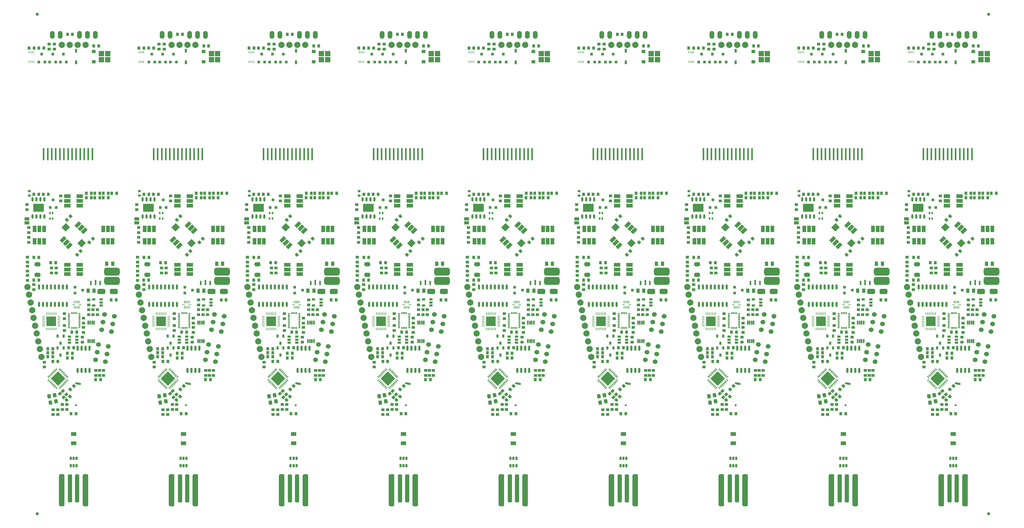
<source format=gbr>
G04 Layer_Color=255*
%FSLAX25Y25*%
%MOIN*%
%TF.FileFunction,Pads,Top*%
%TF.Part,CustomerPanel*%
G01*
G75*
%TA.AperFunction,FiducialPad,Global*%
%ADD10C,0.03937*%
%TA.AperFunction,SMDPad,CuDef*%
%ADD11R,0.04331X0.02559*%
%ADD12O,0.02559X0.06496*%
G04:AMPARAMS|DCode=13|XSize=23.62mil|YSize=39.37mil|CornerRadius=2.95mil|HoleSize=0mil|Usage=FLASHONLY|Rotation=180.000|XOffset=0mil|YOffset=0mil|HoleType=Round|Shape=RoundedRectangle|*
%AMROUNDEDRECTD13*
21,1,0.02362,0.03347,0,0,180.0*
21,1,0.01772,0.03937,0,0,180.0*
1,1,0.00591,-0.00886,0.01673*
1,1,0.00591,0.00886,0.01673*
1,1,0.00591,0.00886,-0.01673*
1,1,0.00591,-0.00886,-0.01673*
%
%ADD13ROUNDEDRECTD13*%
%ADD14R,0.03937X0.03543*%
%ADD15O,0.02362X0.06693*%
%ADD16R,0.06693X0.06693*%
%ADD17R,0.04724X0.03937*%
%ADD18R,0.02756X0.04724*%
%ADD19R,0.01968X0.02953*%
%ADD20R,0.08268X0.04724*%
G04:AMPARAMS|DCode=21|XSize=43.31mil|YSize=78.74mil|CornerRadius=0mil|HoleSize=0mil|Usage=FLASHONLY|Rotation=135.000|XOffset=0mil|YOffset=0mil|HoleType=Round|Shape=Rectangle|*
%AMROTATEDRECTD21*
4,1,4,0.04315,0.01253,-0.01253,-0.04315,-0.04315,-0.01253,0.01253,0.04315,0.04315,0.01253,0.0*
%
%ADD21ROTATEDRECTD21*%

G04:AMPARAMS|DCode=22|XSize=74.8mil|YSize=78.74mil|CornerRadius=0mil|HoleSize=0mil|Usage=FLASHONLY|Rotation=135.000|XOffset=0mil|YOffset=0mil|HoleType=Round|Shape=Rectangle|*
%AMROTATEDRECTD22*
4,1,4,0.05429,0.00139,-0.00139,-0.05429,-0.05429,-0.00139,0.00139,0.05429,0.05429,0.00139,0.0*
%
%ADD22ROTATEDRECTD22*%

G04:AMPARAMS|DCode=23|XSize=51.18mil|YSize=43.31mil|CornerRadius=4.33mil|HoleSize=0mil|Usage=FLASHONLY|Rotation=281.000|XOffset=0mil|YOffset=0mil|HoleType=Round|Shape=RoundedRectangle|*
%AMROUNDEDRECTD23*
21,1,0.05118,0.03465,0,0,281.0*
21,1,0.04252,0.04331,0,0,281.0*
1,1,0.00866,-0.01295,-0.02418*
1,1,0.00866,-0.02106,0.01756*
1,1,0.00866,0.01295,0.02418*
1,1,0.00866,0.02106,-0.01756*
%
%ADD23ROUNDEDRECTD23*%
%ADD24R,0.13386X0.09842*%
%ADD25O,0.02362X0.05709*%
%ADD26O,0.03740X0.00787*%
%ADD27O,0.00787X0.03740*%
%ADD28R,0.12323X0.12323*%
%ADD29R,0.07087X0.04528*%
G04:AMPARAMS|DCode=30|XSize=39.37mil|YSize=35.43mil|CornerRadius=0mil|HoleSize=0mil|Usage=FLASHONLY|Rotation=315.000|XOffset=0mil|YOffset=0mil|HoleType=Round|Shape=Rectangle|*
%AMROTATEDRECTD30*
4,1,4,-0.02645,0.00139,-0.00139,0.02645,0.02645,-0.00139,0.00139,-0.02645,-0.02645,0.00139,0.0*
%
%ADD30ROTATEDRECTD30*%

%ADD31R,0.03543X0.03937*%
G04:AMPARAMS|DCode=32|XSize=39.37mil|YSize=35.43mil|CornerRadius=0mil|HoleSize=0mil|Usage=FLASHONLY|Rotation=269.600|XOffset=0mil|YOffset=0mil|HoleType=Round|Shape=Rectangle|*
%AMROTATEDRECTD32*
4,1,4,-0.01758,0.01981,0.01785,0.01956,0.01758,-0.01981,-0.01785,-0.01956,-0.01758,0.01981,0.0*
%
%ADD32ROTATEDRECTD32*%

%ADD33R,0.03740X0.03543*%
%ADD34O,0.01772X0.05512*%
%ADD35R,0.03543X0.03740*%
%ADD36R,0.04724X0.08268*%
%ADD37R,0.03543X0.02756*%
G04:AMPARAMS|DCode=38|XSize=39.37mil|YSize=35.43mil|CornerRadius=0mil|HoleSize=0mil|Usage=FLASHONLY|Rotation=225.000|XOffset=0mil|YOffset=0mil|HoleType=Round|Shape=Rectangle|*
%AMROTATEDRECTD38*
4,1,4,0.00139,0.02645,0.02645,0.00139,-0.00139,-0.02645,-0.02645,-0.00139,0.00139,0.02645,0.0*
%
%ADD38ROTATEDRECTD38*%

%ADD39R,0.02559X0.04331*%
G04:AMPARAMS|DCode=40|XSize=9.84mil|YSize=23.62mil|CornerRadius=1.97mil|HoleSize=0mil|Usage=FLASHONLY|Rotation=180.000|XOffset=0mil|YOffset=0mil|HoleType=Round|Shape=RoundedRectangle|*
%AMROUNDEDRECTD40*
21,1,0.00984,0.01968,0,0,180.0*
21,1,0.00591,0.02362,0,0,180.0*
1,1,0.00394,-0.00295,0.00984*
1,1,0.00394,0.00295,0.00984*
1,1,0.00394,0.00295,-0.00984*
1,1,0.00394,-0.00295,-0.00984*
%
%ADD40ROUNDEDRECTD40*%
%ADD41R,0.03740X0.00787*%
%ADD42R,0.00787X0.03740*%
%ADD43P,0.18374X4X180.0*%
G04:AMPARAMS|DCode=44|XSize=9.84mil|YSize=31.5mil|CornerRadius=0mil|HoleSize=0mil|Usage=FLASHONLY|Rotation=135.000|XOffset=0mil|YOffset=0mil|HoleType=Round|Shape=Round|*
%AMOVALD44*
21,1,0.02165,0.00984,0.00000,0.00000,225.0*
1,1,0.00984,0.00766,0.00766*
1,1,0.00984,-0.00766,-0.00766*
%
%ADD44OVALD44*%

G04:AMPARAMS|DCode=45|XSize=9.84mil|YSize=31.5mil|CornerRadius=0mil|HoleSize=0mil|Usage=FLASHONLY|Rotation=225.000|XOffset=0mil|YOffset=0mil|HoleType=Round|Shape=Round|*
%AMOVALD45*
21,1,0.02165,0.00984,0.00000,0.00000,315.0*
1,1,0.00984,-0.00766,0.00766*
1,1,0.00984,0.00766,-0.00766*
%
%ADD45OVALD45*%

%ADD46O,0.02756X0.01181*%
%ADD47O,0.01181X0.02756*%
G04:AMPARAMS|DCode=48|XSize=70mil|YSize=405.51mil|CornerRadius=17.5mil|HoleSize=0mil|Usage=FLASHONLY|Rotation=180.000|XOffset=0mil|YOffset=0mil|HoleType=Round|Shape=RoundedRectangle|*
%AMROUNDEDRECTD48*
21,1,0.07000,0.37051,0,0,180.0*
21,1,0.03500,0.40551,0,0,180.0*
1,1,0.03500,-0.01750,0.18526*
1,1,0.03500,0.01750,0.18526*
1,1,0.03500,0.01750,-0.18526*
1,1,0.03500,-0.01750,-0.18526*
%
%ADD48ROUNDEDRECTD48*%
G04:AMPARAMS|DCode=49|XSize=51.18mil|YSize=354.33mil|CornerRadius=12.79mil|HoleSize=0mil|Usage=FLASHONLY|Rotation=180.000|XOffset=0mil|YOffset=0mil|HoleType=Round|Shape=RoundedRectangle|*
%AMROUNDEDRECTD49*
21,1,0.05118,0.32874,0,0,180.0*
21,1,0.02559,0.35433,0,0,180.0*
1,1,0.02559,-0.01279,0.16437*
1,1,0.02559,0.01279,0.16437*
1,1,0.02559,0.01279,-0.16437*
1,1,0.02559,-0.01279,-0.16437*
%
%ADD49ROUNDEDRECTD49*%
%ADD50R,0.05905X0.03937*%
G04:AMPARAMS|DCode=51|XSize=98.42mil|YSize=196.85mil|CornerRadius=24.61mil|HoleSize=0mil|Usage=FLASHONLY|Rotation=270.000|XOffset=0mil|YOffset=0mil|HoleType=Round|Shape=RoundedRectangle|*
%AMROUNDEDRECTD51*
21,1,0.09842,0.14764,0,0,270.0*
21,1,0.04921,0.19685,0,0,270.0*
1,1,0.04921,-0.07382,-0.02461*
1,1,0.04921,-0.07382,0.02461*
1,1,0.04921,0.07382,0.02461*
1,1,0.04921,0.07382,-0.02461*
%
%ADD51ROUNDEDRECTD51*%
G04:AMPARAMS|DCode=52|XSize=98.42mil|YSize=66.93mil|CornerRadius=16.73mil|HoleSize=0mil|Usage=FLASHONLY|Rotation=180.000|XOffset=0mil|YOffset=0mil|HoleType=Round|Shape=RoundedRectangle|*
%AMROUNDEDRECTD52*
21,1,0.09842,0.03347,0,0,180.0*
21,1,0.06496,0.06693,0,0,180.0*
1,1,0.03346,-0.03248,0.01673*
1,1,0.03346,0.03248,0.01673*
1,1,0.03346,0.03248,-0.01673*
1,1,0.03346,-0.03248,-0.01673*
%
%ADD52ROUNDEDRECTD52*%
%ADD53R,0.02362X0.05512*%
%ADD54R,0.02362X0.07087*%
%ADD55R,0.04134X0.05512*%
%ADD56R,0.02165X0.15748*%
G04:AMPARAMS|DCode=57|XSize=75mil|YSize=25mil|CornerRadius=0mil|HoleSize=0mil|Usage=FLASHONLY|Rotation=349.000|XOffset=0mil|YOffset=0mil|HoleType=Round|Shape=Round|*
%AMOVALD57*
21,1,0.05000,0.02500,0.00000,0.00000,349.0*
1,1,0.02500,-0.02454,0.00477*
1,1,0.02500,0.02454,-0.00477*
%
%ADD57OVALD57*%

%TA.AperFunction,ComponentPad*%
%ADD68C,0.07874*%
%TA.AperFunction,ViaPad*%
%ADD69C,0.07874*%
%TA.AperFunction,ComponentPad*%
%ADD70C,0.02500*%
%ADD71O,0.06000X0.09937*%
%ADD72C,0.06000*%
%ADD73O,0.07874X0.05512*%
D10*
X19685Y6890D02*
D03*
X1220472D02*
D03*
Y637795D02*
D03*
X19685D02*
D03*
D11*
X60038Y223141D02*
D03*
Y226881D02*
D03*
Y230621D02*
D03*
X69486D02*
D03*
Y226881D02*
D03*
Y223141D02*
D03*
X90738Y270135D02*
D03*
Y277616D02*
D03*
X100187D02*
D03*
Y273875D02*
D03*
Y270135D02*
D03*
X198836Y223141D02*
D03*
Y226881D02*
D03*
Y230621D02*
D03*
X208285D02*
D03*
Y226881D02*
D03*
Y223141D02*
D03*
X229536Y270135D02*
D03*
Y277616D02*
D03*
X238985D02*
D03*
Y273875D02*
D03*
Y270135D02*
D03*
X337634Y223141D02*
D03*
Y226881D02*
D03*
Y230621D02*
D03*
X347083D02*
D03*
Y226881D02*
D03*
Y223141D02*
D03*
X368334Y270135D02*
D03*
Y277616D02*
D03*
X377783D02*
D03*
Y273875D02*
D03*
Y270135D02*
D03*
X476433Y223141D02*
D03*
Y226881D02*
D03*
Y230621D02*
D03*
X485881D02*
D03*
Y226881D02*
D03*
Y223141D02*
D03*
X507133Y270135D02*
D03*
Y277616D02*
D03*
X516581D02*
D03*
Y273875D02*
D03*
Y270135D02*
D03*
X615231Y223141D02*
D03*
Y226881D02*
D03*
Y230621D02*
D03*
X624680D02*
D03*
Y226881D02*
D03*
Y223141D02*
D03*
X645931Y270135D02*
D03*
Y277616D02*
D03*
X655380D02*
D03*
Y273875D02*
D03*
Y270135D02*
D03*
X754029Y223141D02*
D03*
Y226881D02*
D03*
Y230621D02*
D03*
X763478D02*
D03*
Y226881D02*
D03*
Y223141D02*
D03*
X784729Y270135D02*
D03*
Y277616D02*
D03*
X794178D02*
D03*
Y273875D02*
D03*
Y270135D02*
D03*
X892827Y223141D02*
D03*
Y226881D02*
D03*
Y230621D02*
D03*
X902276D02*
D03*
Y226881D02*
D03*
Y223141D02*
D03*
X923527Y270135D02*
D03*
Y277616D02*
D03*
X932976D02*
D03*
Y273875D02*
D03*
Y270135D02*
D03*
X1031626Y223141D02*
D03*
Y226881D02*
D03*
Y230621D02*
D03*
X1041074D02*
D03*
Y226881D02*
D03*
Y223141D02*
D03*
X1062326Y270135D02*
D03*
Y277616D02*
D03*
X1071774D02*
D03*
Y273875D02*
D03*
Y270135D02*
D03*
X1170424Y223141D02*
D03*
Y226881D02*
D03*
Y230621D02*
D03*
X1179873D02*
D03*
Y226881D02*
D03*
Y223141D02*
D03*
X1201124Y270135D02*
D03*
Y277616D02*
D03*
X1210573D02*
D03*
Y273875D02*
D03*
Y270135D02*
D03*
D12*
X21962Y271253D02*
D03*
X26962D02*
D03*
X31962D02*
D03*
X36962D02*
D03*
X41962D02*
D03*
X46962D02*
D03*
X51962D02*
D03*
X56962D02*
D03*
X21962Y293498D02*
D03*
X26962D02*
D03*
X31962D02*
D03*
X36962D02*
D03*
X41962D02*
D03*
X46962D02*
D03*
X51962D02*
D03*
X56962D02*
D03*
X160760Y271253D02*
D03*
X165760D02*
D03*
X170760D02*
D03*
X175760D02*
D03*
X180760D02*
D03*
X185760D02*
D03*
X190760D02*
D03*
X195760D02*
D03*
X160760Y293498D02*
D03*
X165760D02*
D03*
X170760D02*
D03*
X175760D02*
D03*
X180760D02*
D03*
X185760D02*
D03*
X190760D02*
D03*
X195760D02*
D03*
X299559Y271253D02*
D03*
X304559D02*
D03*
X309559D02*
D03*
X314559D02*
D03*
X319559D02*
D03*
X324559D02*
D03*
X329559D02*
D03*
X334559D02*
D03*
X299559Y293498D02*
D03*
X304559D02*
D03*
X309559D02*
D03*
X314559D02*
D03*
X319559D02*
D03*
X324559D02*
D03*
X329559D02*
D03*
X334559D02*
D03*
X438357Y271253D02*
D03*
X443357D02*
D03*
X448357D02*
D03*
X453357D02*
D03*
X458357D02*
D03*
X463357D02*
D03*
X468357D02*
D03*
X473357D02*
D03*
X438357Y293498D02*
D03*
X443357D02*
D03*
X448357D02*
D03*
X453357D02*
D03*
X458357D02*
D03*
X463357D02*
D03*
X468357D02*
D03*
X473357D02*
D03*
X577155Y271253D02*
D03*
X582155D02*
D03*
X587155D02*
D03*
X592155D02*
D03*
X597155D02*
D03*
X602155D02*
D03*
X607155D02*
D03*
X612155D02*
D03*
X577155Y293498D02*
D03*
X582155D02*
D03*
X587155D02*
D03*
X592155D02*
D03*
X597155D02*
D03*
X602155D02*
D03*
X607155D02*
D03*
X612155D02*
D03*
X715953Y271253D02*
D03*
X720954D02*
D03*
X725953D02*
D03*
X730954D02*
D03*
X735954D02*
D03*
X740953D02*
D03*
X745954D02*
D03*
X750953D02*
D03*
X715953Y293498D02*
D03*
X720954D02*
D03*
X725953D02*
D03*
X730954D02*
D03*
X735954D02*
D03*
X740953D02*
D03*
X745954D02*
D03*
X750953D02*
D03*
X854752Y271253D02*
D03*
X859752D02*
D03*
X864752D02*
D03*
X869752D02*
D03*
X874752D02*
D03*
X879752D02*
D03*
X884752D02*
D03*
X889752D02*
D03*
X854752Y293498D02*
D03*
X859752D02*
D03*
X864752D02*
D03*
X869752D02*
D03*
X874752D02*
D03*
X879752D02*
D03*
X884752D02*
D03*
X889752D02*
D03*
X993550Y271253D02*
D03*
X998550D02*
D03*
X1003550D02*
D03*
X1008550D02*
D03*
X1013550D02*
D03*
X1018550D02*
D03*
X1023550D02*
D03*
X1028550D02*
D03*
X993550Y293498D02*
D03*
X998550D02*
D03*
X1003550D02*
D03*
X1008550D02*
D03*
X1013550D02*
D03*
X1018550D02*
D03*
X1023550D02*
D03*
X1028550D02*
D03*
X1132348Y271253D02*
D03*
X1137348D02*
D03*
X1142348D02*
D03*
X1147348D02*
D03*
X1152348D02*
D03*
X1157348D02*
D03*
X1162348D02*
D03*
X1167348D02*
D03*
X1132348Y293498D02*
D03*
X1137348D02*
D03*
X1142348D02*
D03*
X1147348D02*
D03*
X1152348D02*
D03*
X1157348D02*
D03*
X1162348D02*
D03*
X1167348D02*
D03*
D13*
X52702Y216403D02*
D03*
X45222D02*
D03*
X48962Y207348D02*
D03*
X52702Y231403D02*
D03*
X45222D02*
D03*
X48962Y222348D02*
D03*
X191501Y216403D02*
D03*
X184020D02*
D03*
X187760Y207348D02*
D03*
X191501Y231403D02*
D03*
X184020D02*
D03*
X187760Y222348D02*
D03*
X330299Y216403D02*
D03*
X322818D02*
D03*
X326559Y207348D02*
D03*
X330299Y231403D02*
D03*
X322818D02*
D03*
X326559Y222348D02*
D03*
X469097Y216403D02*
D03*
X461617D02*
D03*
X465357Y207348D02*
D03*
X469097Y231403D02*
D03*
X461617D02*
D03*
X465357Y222348D02*
D03*
X607895Y216403D02*
D03*
X600415D02*
D03*
X604155Y207348D02*
D03*
X607895Y231403D02*
D03*
X600415D02*
D03*
X604155Y222348D02*
D03*
X746694Y216403D02*
D03*
X739213D02*
D03*
X742953Y207348D02*
D03*
X746694Y231403D02*
D03*
X739213D02*
D03*
X742953Y222348D02*
D03*
X885492Y216403D02*
D03*
X878012D02*
D03*
X881752Y207348D02*
D03*
X885492Y231403D02*
D03*
X878012D02*
D03*
X881752Y222348D02*
D03*
X1024290Y216403D02*
D03*
X1016810D02*
D03*
X1020550Y207348D02*
D03*
X1024290Y231403D02*
D03*
X1016810D02*
D03*
X1020550Y222348D02*
D03*
X1163089Y216403D02*
D03*
X1155608D02*
D03*
X1159348Y207348D02*
D03*
X1163089Y231403D02*
D03*
X1155608D02*
D03*
X1159348Y222348D02*
D03*
D14*
X84462Y276925D02*
D03*
Y270626D02*
D03*
X76462Y223831D02*
D03*
Y230131D02*
D03*
X8769Y361919D02*
D03*
Y368218D02*
D03*
X6407Y391053D02*
D03*
Y397352D02*
D03*
X53862Y238326D02*
D03*
Y244625D02*
D03*
X8769Y349714D02*
D03*
Y356013D02*
D03*
X93362Y181831D02*
D03*
Y188131D02*
D03*
X28362Y198525D02*
D03*
Y192226D02*
D03*
X51289Y144990D02*
D03*
Y138690D02*
D03*
X7262Y324831D02*
D03*
Y331131D02*
D03*
X43362Y310926D02*
D03*
Y317225D02*
D03*
X7262Y308131D02*
D03*
Y301831D02*
D03*
X56801Y138690D02*
D03*
Y144990D02*
D03*
X45462Y132226D02*
D03*
Y138525D02*
D03*
X53862Y259625D02*
D03*
Y253326D02*
D03*
X39462Y132226D02*
D03*
Y138525D02*
D03*
X98162Y188131D02*
D03*
Y181831D02*
D03*
X7262Y313331D02*
D03*
Y319631D02*
D03*
X77862Y254125D02*
D03*
Y247826D02*
D03*
X37662Y317231D02*
D03*
Y310931D02*
D03*
X103062Y188131D02*
D03*
Y181831D02*
D03*
X95562Y258531D02*
D03*
Y264831D02*
D03*
X15262Y290126D02*
D03*
Y296425D02*
D03*
X77862Y242425D02*
D03*
Y236126D02*
D03*
X49062Y401931D02*
D03*
Y408231D02*
D03*
X34362Y600131D02*
D03*
Y593831D02*
D03*
X89962Y258531D02*
D03*
Y264831D02*
D03*
X84462Y258531D02*
D03*
Y264831D02*
D03*
X41062Y593831D02*
D03*
Y600131D02*
D03*
X223260Y276925D02*
D03*
Y270626D02*
D03*
X215260Y223831D02*
D03*
Y230131D02*
D03*
X147567Y361919D02*
D03*
Y368218D02*
D03*
X145205Y391053D02*
D03*
Y397352D02*
D03*
X192660Y238326D02*
D03*
Y244625D02*
D03*
X147567Y349714D02*
D03*
Y356013D02*
D03*
X232160Y181831D02*
D03*
Y188131D02*
D03*
X167160Y198525D02*
D03*
Y192226D02*
D03*
X190087Y144990D02*
D03*
Y138690D02*
D03*
X146060Y324831D02*
D03*
Y331131D02*
D03*
X182160Y310926D02*
D03*
Y317225D02*
D03*
X146060Y308131D02*
D03*
Y301831D02*
D03*
X195599Y138690D02*
D03*
Y144990D02*
D03*
X184260Y132226D02*
D03*
Y138525D02*
D03*
X192660Y259625D02*
D03*
Y253326D02*
D03*
X178260Y132226D02*
D03*
Y138525D02*
D03*
X236960Y188131D02*
D03*
Y181831D02*
D03*
X146060Y313331D02*
D03*
Y319631D02*
D03*
X216660Y254125D02*
D03*
Y247826D02*
D03*
X176460Y317231D02*
D03*
Y310931D02*
D03*
X241860Y188131D02*
D03*
Y181831D02*
D03*
X234360Y258531D02*
D03*
Y264831D02*
D03*
X154060Y290126D02*
D03*
Y296425D02*
D03*
X216660Y242425D02*
D03*
Y236126D02*
D03*
X187860Y401931D02*
D03*
Y408231D02*
D03*
X173160Y600131D02*
D03*
Y593831D02*
D03*
X228760Y258531D02*
D03*
Y264831D02*
D03*
X223260Y258531D02*
D03*
Y264831D02*
D03*
X179860Y593831D02*
D03*
Y600131D02*
D03*
X362059Y276925D02*
D03*
Y270626D02*
D03*
X354059Y223831D02*
D03*
Y230131D02*
D03*
X286366Y361919D02*
D03*
Y368218D02*
D03*
X284004Y391053D02*
D03*
Y397352D02*
D03*
X331459Y238326D02*
D03*
Y244625D02*
D03*
X286366Y349714D02*
D03*
Y356013D02*
D03*
X370959Y181831D02*
D03*
Y188131D02*
D03*
X305959Y198525D02*
D03*
Y192226D02*
D03*
X328886Y144990D02*
D03*
Y138690D02*
D03*
X284859Y324831D02*
D03*
Y331131D02*
D03*
X320959Y310926D02*
D03*
Y317225D02*
D03*
X284859Y308131D02*
D03*
Y301831D02*
D03*
X334397Y138690D02*
D03*
Y144990D02*
D03*
X323059Y132226D02*
D03*
Y138525D02*
D03*
X331459Y259625D02*
D03*
Y253326D02*
D03*
X317059Y132226D02*
D03*
Y138525D02*
D03*
X375759Y188131D02*
D03*
Y181831D02*
D03*
X284859Y313331D02*
D03*
Y319631D02*
D03*
X355459Y254125D02*
D03*
Y247826D02*
D03*
X315259Y317231D02*
D03*
Y310931D02*
D03*
X380659Y188131D02*
D03*
Y181831D02*
D03*
X373159Y258531D02*
D03*
Y264831D02*
D03*
X292859Y290126D02*
D03*
Y296425D02*
D03*
X355459Y242425D02*
D03*
Y236126D02*
D03*
X326659Y401931D02*
D03*
Y408231D02*
D03*
X311959Y600131D02*
D03*
Y593831D02*
D03*
X367559Y258531D02*
D03*
Y264831D02*
D03*
X362059Y258531D02*
D03*
Y264831D02*
D03*
X318659Y593831D02*
D03*
Y600131D02*
D03*
X500857Y276925D02*
D03*
Y270626D02*
D03*
X492857Y223831D02*
D03*
Y230131D02*
D03*
X425164Y361919D02*
D03*
Y368218D02*
D03*
X422802Y391053D02*
D03*
Y397352D02*
D03*
X470257Y238326D02*
D03*
Y244625D02*
D03*
X425164Y349714D02*
D03*
Y356013D02*
D03*
X509757Y181831D02*
D03*
Y188131D02*
D03*
X444757Y198525D02*
D03*
Y192226D02*
D03*
X467684Y144990D02*
D03*
Y138690D02*
D03*
X423657Y324831D02*
D03*
Y331131D02*
D03*
X459757Y310926D02*
D03*
Y317225D02*
D03*
X423657Y308131D02*
D03*
Y301831D02*
D03*
X473196Y138690D02*
D03*
Y144990D02*
D03*
X461857Y132226D02*
D03*
Y138525D02*
D03*
X470257Y259625D02*
D03*
Y253326D02*
D03*
X455857Y132226D02*
D03*
Y138525D02*
D03*
X514557Y188131D02*
D03*
Y181831D02*
D03*
X423657Y313331D02*
D03*
Y319631D02*
D03*
X494257Y254125D02*
D03*
Y247826D02*
D03*
X454057Y317231D02*
D03*
Y310931D02*
D03*
X519457Y188131D02*
D03*
Y181831D02*
D03*
X511957Y258531D02*
D03*
Y264831D02*
D03*
X431657Y290126D02*
D03*
Y296425D02*
D03*
X494257Y242425D02*
D03*
Y236126D02*
D03*
X465457Y401931D02*
D03*
Y408231D02*
D03*
X450757Y600131D02*
D03*
Y593831D02*
D03*
X506357Y258531D02*
D03*
Y264831D02*
D03*
X500857Y258531D02*
D03*
Y264831D02*
D03*
X457457Y593831D02*
D03*
Y600131D02*
D03*
X639655Y276925D02*
D03*
Y270626D02*
D03*
X631655Y223831D02*
D03*
Y230131D02*
D03*
X563962Y361919D02*
D03*
Y368218D02*
D03*
X561600Y391053D02*
D03*
Y397352D02*
D03*
X609055Y238326D02*
D03*
Y244625D02*
D03*
X563962Y349714D02*
D03*
Y356013D02*
D03*
X648555Y181831D02*
D03*
Y188131D02*
D03*
X583555Y198525D02*
D03*
Y192226D02*
D03*
X606482Y144990D02*
D03*
Y138690D02*
D03*
X562455Y324831D02*
D03*
Y331131D02*
D03*
X598555Y310926D02*
D03*
Y317225D02*
D03*
X562455Y308131D02*
D03*
Y301831D02*
D03*
X611994Y138690D02*
D03*
Y144990D02*
D03*
X600655Y132226D02*
D03*
Y138525D02*
D03*
X609055Y259625D02*
D03*
Y253326D02*
D03*
X594655Y132226D02*
D03*
Y138525D02*
D03*
X653355Y188131D02*
D03*
Y181831D02*
D03*
X562455Y313331D02*
D03*
Y319631D02*
D03*
X633055Y254125D02*
D03*
Y247826D02*
D03*
X592855Y317231D02*
D03*
Y310931D02*
D03*
X658255Y188131D02*
D03*
Y181831D02*
D03*
X650755Y258531D02*
D03*
Y264831D02*
D03*
X570455Y290126D02*
D03*
Y296425D02*
D03*
X633055Y242425D02*
D03*
Y236126D02*
D03*
X604255Y401931D02*
D03*
Y408231D02*
D03*
X589555Y600131D02*
D03*
Y593831D02*
D03*
X645155Y258531D02*
D03*
Y264831D02*
D03*
X639655Y258531D02*
D03*
Y264831D02*
D03*
X596255Y593831D02*
D03*
Y600131D02*
D03*
X778453Y276925D02*
D03*
Y270626D02*
D03*
X770454Y223831D02*
D03*
Y230131D02*
D03*
X702761Y361919D02*
D03*
Y368218D02*
D03*
X700398Y391053D02*
D03*
Y397352D02*
D03*
X747854Y238326D02*
D03*
Y244625D02*
D03*
X702761Y349714D02*
D03*
Y356013D02*
D03*
X787354Y181831D02*
D03*
Y188131D02*
D03*
X722354Y198525D02*
D03*
Y192226D02*
D03*
X745280Y144990D02*
D03*
Y138690D02*
D03*
X701254Y324831D02*
D03*
Y331131D02*
D03*
X737354Y310926D02*
D03*
Y317225D02*
D03*
X701254Y308131D02*
D03*
Y301831D02*
D03*
X750792Y138690D02*
D03*
Y144990D02*
D03*
X739454Y132226D02*
D03*
Y138525D02*
D03*
X747854Y259625D02*
D03*
Y253326D02*
D03*
X733454Y132226D02*
D03*
Y138525D02*
D03*
X792154Y188131D02*
D03*
Y181831D02*
D03*
X701254Y313331D02*
D03*
Y319631D02*
D03*
X771853Y254125D02*
D03*
Y247826D02*
D03*
X731653Y317231D02*
D03*
Y310931D02*
D03*
X797053Y188131D02*
D03*
Y181831D02*
D03*
X789553Y258531D02*
D03*
Y264831D02*
D03*
X709254Y290126D02*
D03*
Y296425D02*
D03*
X771853Y242425D02*
D03*
Y236126D02*
D03*
X743053Y401931D02*
D03*
Y408231D02*
D03*
X728354Y600131D02*
D03*
Y593831D02*
D03*
X783954Y258531D02*
D03*
Y264831D02*
D03*
X778453Y258531D02*
D03*
Y264831D02*
D03*
X735053Y593831D02*
D03*
Y600131D02*
D03*
X917252Y276925D02*
D03*
Y270626D02*
D03*
X909252Y223831D02*
D03*
Y230131D02*
D03*
X841559Y361919D02*
D03*
Y368218D02*
D03*
X839197Y391053D02*
D03*
Y397352D02*
D03*
X886652Y238326D02*
D03*
Y244625D02*
D03*
X841559Y349714D02*
D03*
Y356013D02*
D03*
X926152Y181831D02*
D03*
Y188131D02*
D03*
X861152Y198525D02*
D03*
Y192226D02*
D03*
X884079Y144990D02*
D03*
Y138690D02*
D03*
X840052Y324831D02*
D03*
Y331131D02*
D03*
X876152Y310926D02*
D03*
Y317225D02*
D03*
X840052Y308131D02*
D03*
Y301831D02*
D03*
X889590Y138690D02*
D03*
Y144990D02*
D03*
X878252Y132226D02*
D03*
Y138525D02*
D03*
X886652Y259625D02*
D03*
Y253326D02*
D03*
X872252Y132226D02*
D03*
Y138525D02*
D03*
X930952Y188131D02*
D03*
Y181831D02*
D03*
X840052Y313331D02*
D03*
Y319631D02*
D03*
X910652Y254125D02*
D03*
Y247826D02*
D03*
X870452Y317231D02*
D03*
Y310931D02*
D03*
X935852Y188131D02*
D03*
Y181831D02*
D03*
X928352Y258531D02*
D03*
Y264831D02*
D03*
X848052Y290126D02*
D03*
Y296425D02*
D03*
X910652Y242425D02*
D03*
Y236126D02*
D03*
X881852Y401931D02*
D03*
Y408231D02*
D03*
X867152Y600131D02*
D03*
Y593831D02*
D03*
X922752Y258531D02*
D03*
Y264831D02*
D03*
X917252Y258531D02*
D03*
Y264831D02*
D03*
X873852Y593831D02*
D03*
Y600131D02*
D03*
X1056050Y276925D02*
D03*
Y270626D02*
D03*
X1048050Y223831D02*
D03*
Y230131D02*
D03*
X980357Y361919D02*
D03*
Y368218D02*
D03*
X977995Y391053D02*
D03*
Y397352D02*
D03*
X1025450Y238326D02*
D03*
Y244625D02*
D03*
X980357Y349714D02*
D03*
Y356013D02*
D03*
X1064950Y181831D02*
D03*
Y188131D02*
D03*
X999950Y198525D02*
D03*
Y192226D02*
D03*
X1022877Y144990D02*
D03*
Y138690D02*
D03*
X978850Y324831D02*
D03*
Y331131D02*
D03*
X1014950Y310926D02*
D03*
Y317225D02*
D03*
X978850Y308131D02*
D03*
Y301831D02*
D03*
X1028389Y138690D02*
D03*
Y144990D02*
D03*
X1017050Y132226D02*
D03*
Y138525D02*
D03*
X1025450Y259625D02*
D03*
Y253326D02*
D03*
X1011050Y132226D02*
D03*
Y138525D02*
D03*
X1069750Y188131D02*
D03*
Y181831D02*
D03*
X978850Y313331D02*
D03*
Y319631D02*
D03*
X1049450Y254125D02*
D03*
Y247826D02*
D03*
X1009250Y317231D02*
D03*
Y310931D02*
D03*
X1074650Y188131D02*
D03*
Y181831D02*
D03*
X1067150Y258531D02*
D03*
Y264831D02*
D03*
X986850Y290126D02*
D03*
Y296425D02*
D03*
X1049450Y242425D02*
D03*
Y236126D02*
D03*
X1020650Y401931D02*
D03*
Y408231D02*
D03*
X1005950Y600131D02*
D03*
Y593831D02*
D03*
X1061550Y258531D02*
D03*
Y264831D02*
D03*
X1056050Y258531D02*
D03*
Y264831D02*
D03*
X1012650Y593831D02*
D03*
Y600131D02*
D03*
X1194848Y276925D02*
D03*
Y270626D02*
D03*
X1186848Y223831D02*
D03*
Y230131D02*
D03*
X1119156Y361919D02*
D03*
Y368218D02*
D03*
X1116793Y391053D02*
D03*
Y397352D02*
D03*
X1164248Y238326D02*
D03*
Y244625D02*
D03*
X1119156Y349714D02*
D03*
Y356013D02*
D03*
X1203748Y181831D02*
D03*
Y188131D02*
D03*
X1138748Y198525D02*
D03*
Y192226D02*
D03*
X1161675Y144990D02*
D03*
Y138690D02*
D03*
X1117648Y324831D02*
D03*
Y331131D02*
D03*
X1153748Y310926D02*
D03*
Y317225D02*
D03*
X1117648Y308131D02*
D03*
Y301831D02*
D03*
X1167187Y138690D02*
D03*
Y144990D02*
D03*
X1155848Y132226D02*
D03*
Y138525D02*
D03*
X1164248Y259625D02*
D03*
Y253326D02*
D03*
X1149848Y132226D02*
D03*
Y138525D02*
D03*
X1208548Y188131D02*
D03*
Y181831D02*
D03*
X1117648Y313331D02*
D03*
Y319631D02*
D03*
X1188248Y254125D02*
D03*
Y247826D02*
D03*
X1148048Y317231D02*
D03*
Y310931D02*
D03*
X1213448Y188131D02*
D03*
Y181831D02*
D03*
X1205948Y258531D02*
D03*
Y264831D02*
D03*
X1125648Y290126D02*
D03*
Y296425D02*
D03*
X1188248Y242425D02*
D03*
Y236126D02*
D03*
X1159448Y401931D02*
D03*
Y408231D02*
D03*
X1144748Y600131D02*
D03*
Y593831D02*
D03*
X1200348Y258531D02*
D03*
Y264831D02*
D03*
X1194848Y258531D02*
D03*
Y264831D02*
D03*
X1151448Y593831D02*
D03*
Y600131D02*
D03*
D15*
X70462Y188099D02*
D03*
X75462D02*
D03*
X80462D02*
D03*
X85462D02*
D03*
X70462Y216052D02*
D03*
X75462D02*
D03*
X80462D02*
D03*
X85462D02*
D03*
X209260Y188099D02*
D03*
X214260D02*
D03*
X219260D02*
D03*
X224260D02*
D03*
X209260Y216052D02*
D03*
X214260D02*
D03*
X219260D02*
D03*
X224260D02*
D03*
X348059Y188099D02*
D03*
X353059D02*
D03*
X358059D02*
D03*
X363059D02*
D03*
X348059Y216052D02*
D03*
X353059D02*
D03*
X358059D02*
D03*
X363059D02*
D03*
X486857Y188099D02*
D03*
X491857D02*
D03*
X496857D02*
D03*
X501857D02*
D03*
X486857Y216052D02*
D03*
X491857D02*
D03*
X496857D02*
D03*
X501857D02*
D03*
X625655Y188099D02*
D03*
X630655D02*
D03*
X635655D02*
D03*
X640655D02*
D03*
X625655Y216052D02*
D03*
X630655D02*
D03*
X635655D02*
D03*
X640655D02*
D03*
X764454Y188099D02*
D03*
X769453D02*
D03*
X774453D02*
D03*
X779454D02*
D03*
X764454Y216052D02*
D03*
X769453D02*
D03*
X774453D02*
D03*
X779454D02*
D03*
X903252Y188099D02*
D03*
X908252D02*
D03*
X913252D02*
D03*
X918252D02*
D03*
X903252Y216052D02*
D03*
X908252D02*
D03*
X913252D02*
D03*
X918252D02*
D03*
X1042050Y188099D02*
D03*
X1047050D02*
D03*
X1052050D02*
D03*
X1057050D02*
D03*
X1042050Y216052D02*
D03*
X1047050D02*
D03*
X1052050D02*
D03*
X1057050D02*
D03*
X1180848Y188099D02*
D03*
X1185848D02*
D03*
X1190848D02*
D03*
X1195848D02*
D03*
X1180848Y216052D02*
D03*
X1185848D02*
D03*
X1190848D02*
D03*
X1195848D02*
D03*
D16*
X108479Y580339D02*
D03*
Y588213D02*
D03*
X100605Y580339D02*
D03*
Y588213D02*
D03*
X247277Y580339D02*
D03*
Y588213D02*
D03*
X239403Y580339D02*
D03*
Y588213D02*
D03*
X386075Y580339D02*
D03*
Y588213D02*
D03*
X378201Y580339D02*
D03*
Y588213D02*
D03*
X524873Y580339D02*
D03*
Y588213D02*
D03*
X516999Y580339D02*
D03*
Y588213D02*
D03*
X663672Y580339D02*
D03*
Y588213D02*
D03*
X655798Y580339D02*
D03*
Y588213D02*
D03*
X802470Y580339D02*
D03*
Y588213D02*
D03*
X794596Y580339D02*
D03*
Y588213D02*
D03*
X941268Y580339D02*
D03*
Y588213D02*
D03*
X933394Y580339D02*
D03*
Y588213D02*
D03*
X1080067Y580339D02*
D03*
Y588213D02*
D03*
X1072193Y580339D02*
D03*
Y588213D02*
D03*
X1218865Y580339D02*
D03*
Y588213D02*
D03*
X1210991Y580339D02*
D03*
Y588213D02*
D03*
D17*
X90762Y590576D02*
D03*
Y577583D02*
D03*
X229560Y590576D02*
D03*
Y577583D02*
D03*
X368359Y590576D02*
D03*
Y577583D02*
D03*
X507157Y590576D02*
D03*
Y577583D02*
D03*
X645955Y590576D02*
D03*
Y577583D02*
D03*
X784754Y590576D02*
D03*
Y577583D02*
D03*
X923552Y590576D02*
D03*
Y577583D02*
D03*
X1062350Y590576D02*
D03*
Y577583D02*
D03*
X1201148Y590576D02*
D03*
Y577583D02*
D03*
D18*
X68462Y591559D02*
D03*
Y576992D02*
D03*
X207260Y591559D02*
D03*
Y576992D02*
D03*
X346059Y591559D02*
D03*
Y576992D02*
D03*
X484857Y591559D02*
D03*
Y576992D02*
D03*
X623655Y591559D02*
D03*
Y576992D02*
D03*
X762454Y591559D02*
D03*
Y576992D02*
D03*
X901252Y591559D02*
D03*
Y576992D02*
D03*
X1040050Y591559D02*
D03*
Y576992D02*
D03*
X1178848Y591559D02*
D03*
Y576992D02*
D03*
D19*
X35419Y386876D02*
D03*
X38962D02*
D03*
Y379789D02*
D03*
X35419D02*
D03*
X174217Y386876D02*
D03*
X177760D02*
D03*
Y379789D02*
D03*
X174217D02*
D03*
X313015Y386876D02*
D03*
X316559D02*
D03*
Y379789D02*
D03*
X313015D02*
D03*
X451814Y386876D02*
D03*
X455357D02*
D03*
Y379789D02*
D03*
X451814D02*
D03*
X590612Y386876D02*
D03*
X594155D02*
D03*
Y379789D02*
D03*
X590612D02*
D03*
X729410Y386876D02*
D03*
X732954D02*
D03*
Y379789D02*
D03*
X729410D02*
D03*
X868209Y386876D02*
D03*
X871752D02*
D03*
Y379789D02*
D03*
X868209D02*
D03*
X1007007Y386876D02*
D03*
X1010550D02*
D03*
Y379789D02*
D03*
X1007007D02*
D03*
X1145805Y386876D02*
D03*
X1149348D02*
D03*
Y379789D02*
D03*
X1145805D02*
D03*
D20*
X57588Y315462D02*
D03*
Y321368D02*
D03*
Y309557D02*
D03*
X73336Y321368D02*
D03*
Y309557D02*
D03*
Y315462D02*
D03*
X57588Y402076D02*
D03*
Y407982D02*
D03*
Y396171D02*
D03*
X73336Y407982D02*
D03*
Y396171D02*
D03*
Y402076D02*
D03*
X196386Y315462D02*
D03*
Y321368D02*
D03*
Y309557D02*
D03*
X212134Y321368D02*
D03*
Y309557D02*
D03*
Y315462D02*
D03*
X196386Y402076D02*
D03*
Y407982D02*
D03*
Y396171D02*
D03*
X212134Y407982D02*
D03*
Y396171D02*
D03*
Y402076D02*
D03*
X335185Y315462D02*
D03*
Y321368D02*
D03*
Y309557D02*
D03*
X350933Y321368D02*
D03*
Y309557D02*
D03*
Y315462D02*
D03*
X335185Y402076D02*
D03*
Y407982D02*
D03*
Y396171D02*
D03*
X350933Y407982D02*
D03*
Y396171D02*
D03*
Y402076D02*
D03*
X473983Y315462D02*
D03*
Y321368D02*
D03*
Y309557D02*
D03*
X489731Y321368D02*
D03*
Y309557D02*
D03*
Y315462D02*
D03*
X473983Y402076D02*
D03*
Y407982D02*
D03*
Y396171D02*
D03*
X489731Y407982D02*
D03*
Y396171D02*
D03*
Y402076D02*
D03*
X612781Y315462D02*
D03*
Y321368D02*
D03*
Y309557D02*
D03*
X628529Y321368D02*
D03*
Y309557D02*
D03*
Y315462D02*
D03*
X612781Y402076D02*
D03*
Y407982D02*
D03*
Y396171D02*
D03*
X628529Y407982D02*
D03*
Y396171D02*
D03*
Y402076D02*
D03*
X751580Y315462D02*
D03*
Y321368D02*
D03*
Y309557D02*
D03*
X767327Y321368D02*
D03*
Y309557D02*
D03*
Y315462D02*
D03*
X751580Y402076D02*
D03*
Y407982D02*
D03*
Y396171D02*
D03*
X767327Y407982D02*
D03*
Y396171D02*
D03*
Y402076D02*
D03*
X890378Y315462D02*
D03*
Y321368D02*
D03*
Y309557D02*
D03*
X906126Y321368D02*
D03*
Y309557D02*
D03*
Y315462D02*
D03*
X890378Y402076D02*
D03*
Y407982D02*
D03*
Y396171D02*
D03*
X906126Y407982D02*
D03*
Y396171D02*
D03*
Y402076D02*
D03*
X1029176Y315462D02*
D03*
Y321368D02*
D03*
Y309557D02*
D03*
X1044924Y321368D02*
D03*
Y309557D02*
D03*
Y315462D02*
D03*
X1029176Y402076D02*
D03*
Y407982D02*
D03*
Y396171D02*
D03*
X1044924Y407982D02*
D03*
Y396171D02*
D03*
Y402076D02*
D03*
X1167974Y315462D02*
D03*
Y321368D02*
D03*
Y309557D02*
D03*
X1183722Y321368D02*
D03*
Y309557D02*
D03*
Y315462D02*
D03*
X1167974Y402076D02*
D03*
Y407982D02*
D03*
Y396171D02*
D03*
X1183722Y407982D02*
D03*
Y396171D02*
D03*
Y402076D02*
D03*
D21*
X52044Y353313D02*
D03*
X56025Y349332D02*
D03*
X60006Y345351D02*
D03*
X70919Y372188D02*
D03*
X74900Y368207D02*
D03*
X78881Y364226D02*
D03*
X190842Y353313D02*
D03*
X194823Y349332D02*
D03*
X198804Y345351D02*
D03*
X209717Y372188D02*
D03*
X213698Y368207D02*
D03*
X217679Y364226D02*
D03*
X329640Y353313D02*
D03*
X333621Y349332D02*
D03*
X337602Y345351D02*
D03*
X348515Y372188D02*
D03*
X352496Y368207D02*
D03*
X356477Y364226D02*
D03*
X468439Y353313D02*
D03*
X472420Y349332D02*
D03*
X476401Y345351D02*
D03*
X487313Y372188D02*
D03*
X491294Y368207D02*
D03*
X495275Y364226D02*
D03*
X607237Y353313D02*
D03*
X611218Y349332D02*
D03*
X615199Y345351D02*
D03*
X626112Y372188D02*
D03*
X630093Y368207D02*
D03*
X634074Y364226D02*
D03*
X746035Y353313D02*
D03*
X750016Y349332D02*
D03*
X753997Y345351D02*
D03*
X764910Y372188D02*
D03*
X768891Y368207D02*
D03*
X772872Y364226D02*
D03*
X884834Y353313D02*
D03*
X888814Y349332D02*
D03*
X892795Y345351D02*
D03*
X903708Y372188D02*
D03*
X907689Y368207D02*
D03*
X911670Y364226D02*
D03*
X1023632Y353313D02*
D03*
X1027613Y349332D02*
D03*
X1031594Y345351D02*
D03*
X1042507Y372188D02*
D03*
X1046488Y368207D02*
D03*
X1050468Y364226D02*
D03*
X1162430Y353313D02*
D03*
X1166411Y349332D02*
D03*
X1170392Y345351D02*
D03*
X1181305Y372188D02*
D03*
X1185286Y368207D02*
D03*
X1189267Y364226D02*
D03*
D22*
X55440Y368791D02*
D03*
X75484Y348747D02*
D03*
X194238Y368791D02*
D03*
X214282Y348747D02*
D03*
X333037Y368791D02*
D03*
X353081Y348747D02*
D03*
X471835Y368791D02*
D03*
X491879Y348747D02*
D03*
X610633Y368791D02*
D03*
X630677Y348747D02*
D03*
X749432Y368791D02*
D03*
X769476Y348747D02*
D03*
X888230Y368791D02*
D03*
X908274Y348747D02*
D03*
X1027028Y368791D02*
D03*
X1047072Y348747D02*
D03*
X1165826Y368791D02*
D03*
X1185870Y348747D02*
D03*
D23*
X43117Y148888D02*
D03*
X41614Y156617D02*
D03*
X34658Y155265D02*
D03*
X36160Y147536D02*
D03*
X181915Y148888D02*
D03*
X180413Y156617D02*
D03*
X173456Y155265D02*
D03*
X174959Y147536D02*
D03*
X320713Y148888D02*
D03*
X319211Y156617D02*
D03*
X312255Y155265D02*
D03*
X313757Y147536D02*
D03*
X459512Y148888D02*
D03*
X458009Y156617D02*
D03*
X451053Y155265D02*
D03*
X452555Y147536D02*
D03*
X598310Y148888D02*
D03*
X596807Y156617D02*
D03*
X589851Y155265D02*
D03*
X591353Y147536D02*
D03*
X737108Y148888D02*
D03*
X735606Y156617D02*
D03*
X728649Y155265D02*
D03*
X730152Y147536D02*
D03*
X875906Y148888D02*
D03*
X874404Y156617D02*
D03*
X867448Y155265D02*
D03*
X868950Y147536D02*
D03*
X1014705Y148888D02*
D03*
X1013202Y156617D02*
D03*
X1006246Y155265D02*
D03*
X1007748Y147536D02*
D03*
X1153503Y148888D02*
D03*
X1152001Y156617D02*
D03*
X1145044Y155265D02*
D03*
X1146547Y147536D02*
D03*
D24*
X21171Y393218D02*
D03*
X159969D02*
D03*
X298767D02*
D03*
X437566D02*
D03*
X576364D02*
D03*
X715162D02*
D03*
X853961D02*
D03*
X992759D02*
D03*
X1131557D02*
D03*
D25*
X28671Y403946D02*
D03*
X23671D02*
D03*
X18671D02*
D03*
X13671D02*
D03*
X28671Y382490D02*
D03*
X23671D02*
D03*
X18671D02*
D03*
X13671D02*
D03*
X167469Y403946D02*
D03*
X162469D02*
D03*
X157469D02*
D03*
X152469D02*
D03*
X167469Y382490D02*
D03*
X162469D02*
D03*
X157469D02*
D03*
X152469D02*
D03*
X306267Y403946D02*
D03*
X301267D02*
D03*
X296267D02*
D03*
X291267D02*
D03*
X306267Y382490D02*
D03*
X301267D02*
D03*
X296267D02*
D03*
X291267D02*
D03*
X445066Y403946D02*
D03*
X440066D02*
D03*
X435066D02*
D03*
X430066D02*
D03*
X445066Y382490D02*
D03*
X440066D02*
D03*
X435066D02*
D03*
X430066D02*
D03*
X583864Y403946D02*
D03*
X578864D02*
D03*
X573864D02*
D03*
X568864D02*
D03*
X583864Y382490D02*
D03*
X578864D02*
D03*
X573864D02*
D03*
X568864D02*
D03*
X722662Y403946D02*
D03*
X717662D02*
D03*
X712662D02*
D03*
X707662D02*
D03*
X722662Y382490D02*
D03*
X717662D02*
D03*
X712662D02*
D03*
X707662D02*
D03*
X861460Y403946D02*
D03*
X856460D02*
D03*
X851460D02*
D03*
X846461D02*
D03*
X861460Y382490D02*
D03*
X856460D02*
D03*
X851460D02*
D03*
X846461D02*
D03*
X1000259Y403946D02*
D03*
X995259D02*
D03*
X990259D02*
D03*
X985259D02*
D03*
X1000259Y382490D02*
D03*
X995259D02*
D03*
X990259D02*
D03*
X985259D02*
D03*
X1139057Y403946D02*
D03*
X1134057D02*
D03*
X1129057D02*
D03*
X1124057D02*
D03*
X1139057Y382490D02*
D03*
X1134057D02*
D03*
X1129057D02*
D03*
X1124057D02*
D03*
D26*
X46862Y244107D02*
D03*
X46862Y246076D02*
D03*
Y248044D02*
D03*
Y250012D02*
D03*
Y251981D02*
D03*
Y253949D02*
D03*
X46862Y255918D02*
D03*
X27374D02*
D03*
Y253949D02*
D03*
X27374Y251981D02*
D03*
Y250012D02*
D03*
Y248044D02*
D03*
Y246076D02*
D03*
X27374Y244107D02*
D03*
X185660D02*
D03*
X185660Y246076D02*
D03*
Y248044D02*
D03*
Y250012D02*
D03*
Y251981D02*
D03*
Y253949D02*
D03*
X185660Y255918D02*
D03*
X166172D02*
D03*
Y253949D02*
D03*
X166172Y251981D02*
D03*
Y250012D02*
D03*
Y248044D02*
D03*
Y246076D02*
D03*
X166172Y244107D02*
D03*
X324459D02*
D03*
X324459Y246076D02*
D03*
Y248044D02*
D03*
Y250012D02*
D03*
Y251981D02*
D03*
Y253949D02*
D03*
X324459Y255918D02*
D03*
X304971D02*
D03*
Y253949D02*
D03*
X304971Y251981D02*
D03*
Y250012D02*
D03*
Y248044D02*
D03*
Y246076D02*
D03*
X304971Y244107D02*
D03*
X463257D02*
D03*
X463257Y246076D02*
D03*
Y248044D02*
D03*
Y250012D02*
D03*
Y251981D02*
D03*
Y253949D02*
D03*
X463257Y255918D02*
D03*
X443769D02*
D03*
Y253949D02*
D03*
X443769Y251981D02*
D03*
Y250012D02*
D03*
Y248044D02*
D03*
Y246076D02*
D03*
X443769Y244107D02*
D03*
X602055D02*
D03*
X602055Y246076D02*
D03*
Y248044D02*
D03*
Y250012D02*
D03*
Y251981D02*
D03*
Y253949D02*
D03*
X602055Y255918D02*
D03*
X582567D02*
D03*
Y253949D02*
D03*
X582567Y251981D02*
D03*
Y250012D02*
D03*
Y248044D02*
D03*
Y246076D02*
D03*
X582567Y244107D02*
D03*
X740854D02*
D03*
X740854Y246076D02*
D03*
Y248044D02*
D03*
Y250012D02*
D03*
Y251981D02*
D03*
Y253949D02*
D03*
X740854Y255918D02*
D03*
X721365D02*
D03*
Y253949D02*
D03*
X721365Y251981D02*
D03*
Y250012D02*
D03*
Y248044D02*
D03*
Y246076D02*
D03*
X721365Y244107D02*
D03*
X879652D02*
D03*
X879652Y246076D02*
D03*
Y248044D02*
D03*
Y250012D02*
D03*
Y251981D02*
D03*
Y253949D02*
D03*
X879652Y255918D02*
D03*
X860164D02*
D03*
Y253949D02*
D03*
X860164Y251981D02*
D03*
Y250012D02*
D03*
Y248044D02*
D03*
Y246076D02*
D03*
X860164Y244107D02*
D03*
X1018450D02*
D03*
X1018450Y246076D02*
D03*
Y248044D02*
D03*
Y250012D02*
D03*
Y251981D02*
D03*
Y253949D02*
D03*
X1018450Y255918D02*
D03*
X998962D02*
D03*
Y253949D02*
D03*
X998962Y251981D02*
D03*
Y250012D02*
D03*
Y248044D02*
D03*
Y246076D02*
D03*
X998962Y244107D02*
D03*
X1157248D02*
D03*
X1157248Y246076D02*
D03*
Y248044D02*
D03*
Y250012D02*
D03*
Y251981D02*
D03*
Y253949D02*
D03*
X1157248Y255918D02*
D03*
X1137760D02*
D03*
Y253949D02*
D03*
X1137760Y251981D02*
D03*
Y250012D02*
D03*
Y248044D02*
D03*
Y246076D02*
D03*
X1137760Y244107D02*
D03*
D27*
X43023Y259757D02*
D03*
X41055D02*
D03*
X39086D02*
D03*
X37118D02*
D03*
X35149D02*
D03*
X33181D02*
D03*
X31212D02*
D03*
Y240268D02*
D03*
X33181Y240268D02*
D03*
X35149D02*
D03*
X37118Y240268D02*
D03*
X39086D02*
D03*
X41055D02*
D03*
X43023D02*
D03*
X181822Y259757D02*
D03*
X179853D02*
D03*
X177885D02*
D03*
X175916D02*
D03*
X173948D02*
D03*
X171979D02*
D03*
X170011D02*
D03*
Y240268D02*
D03*
X171979Y240268D02*
D03*
X173948D02*
D03*
X175916Y240268D02*
D03*
X177885D02*
D03*
X179853D02*
D03*
X181822D02*
D03*
X320620Y259757D02*
D03*
X318652D02*
D03*
X316683D02*
D03*
X314715D02*
D03*
X312746D02*
D03*
X310778D02*
D03*
X308809D02*
D03*
Y240268D02*
D03*
X310778Y240268D02*
D03*
X312746D02*
D03*
X314715Y240268D02*
D03*
X316683D02*
D03*
X318652D02*
D03*
X320620D02*
D03*
X459418Y259757D02*
D03*
X457450D02*
D03*
X455481D02*
D03*
X453513D02*
D03*
X451544D02*
D03*
X449576D02*
D03*
X447607D02*
D03*
Y240268D02*
D03*
X449576Y240268D02*
D03*
X451544D02*
D03*
X453513Y240268D02*
D03*
X455481D02*
D03*
X457450D02*
D03*
X459418D02*
D03*
X598217Y259757D02*
D03*
X596248D02*
D03*
X594280D02*
D03*
X592311D02*
D03*
X590343D02*
D03*
X588374D02*
D03*
X586406D02*
D03*
Y240268D02*
D03*
X588374Y240268D02*
D03*
X590343D02*
D03*
X592311Y240268D02*
D03*
X594280D02*
D03*
X596248D02*
D03*
X598217D02*
D03*
X737015Y259757D02*
D03*
X735046D02*
D03*
X733078D02*
D03*
X731109D02*
D03*
X729141D02*
D03*
X727172D02*
D03*
X725204D02*
D03*
Y240268D02*
D03*
X727172Y240268D02*
D03*
X729141D02*
D03*
X731109Y240268D02*
D03*
X733078D02*
D03*
X735046D02*
D03*
X737015D02*
D03*
X875813Y259757D02*
D03*
X873845D02*
D03*
X871876D02*
D03*
X869908D02*
D03*
X867939D02*
D03*
X865971D02*
D03*
X864002D02*
D03*
Y240268D02*
D03*
X865971Y240268D02*
D03*
X867939D02*
D03*
X869908Y240268D02*
D03*
X871876D02*
D03*
X873845D02*
D03*
X875813D02*
D03*
X1014612Y259757D02*
D03*
X1012643D02*
D03*
X1010674D02*
D03*
X1008706D02*
D03*
X1006738D02*
D03*
X1004769D02*
D03*
X1002800D02*
D03*
Y240268D02*
D03*
X1004769Y240268D02*
D03*
X1006738D02*
D03*
X1008706Y240268D02*
D03*
X1010674D02*
D03*
X1012643D02*
D03*
X1014612D02*
D03*
X1153410Y259757D02*
D03*
X1151441D02*
D03*
X1149473D02*
D03*
X1147504D02*
D03*
X1145536D02*
D03*
X1143567D02*
D03*
X1141599D02*
D03*
Y240268D02*
D03*
X1143567Y240268D02*
D03*
X1145536D02*
D03*
X1147504Y240268D02*
D03*
X1149473D02*
D03*
X1151441D02*
D03*
X1153410D02*
D03*
D28*
X37118Y250012D02*
D03*
X175916D02*
D03*
X314715D02*
D03*
X453513D02*
D03*
X592311D02*
D03*
X731109D02*
D03*
X869908D02*
D03*
X1008706D02*
D03*
X1147504D02*
D03*
D29*
X65462Y107588D02*
D03*
Y96171D02*
D03*
X204260Y107588D02*
D03*
Y96171D02*
D03*
X343059Y107588D02*
D03*
Y96171D02*
D03*
X481857Y107588D02*
D03*
Y96171D02*
D03*
X620655Y107588D02*
D03*
Y96171D02*
D03*
X759453Y107588D02*
D03*
Y96171D02*
D03*
X898252Y107588D02*
D03*
Y96171D02*
D03*
X1037050Y107588D02*
D03*
Y96171D02*
D03*
X1175848Y107588D02*
D03*
Y96171D02*
D03*
D30*
X60996Y155091D02*
D03*
X56542Y150637D02*
D03*
X89736Y354303D02*
D03*
X85282Y349849D02*
D03*
X69735Y334148D02*
D03*
X74189Y338603D02*
D03*
X61390Y382650D02*
D03*
X56936Y378196D02*
D03*
X61266Y164022D02*
D03*
X65721Y168477D02*
D03*
X199795Y155091D02*
D03*
X195340Y150637D02*
D03*
X228535Y354303D02*
D03*
X224080Y349849D02*
D03*
X208533Y334148D02*
D03*
X212987Y338603D02*
D03*
X200188Y382650D02*
D03*
X195734Y378196D02*
D03*
X200065Y164022D02*
D03*
X204519Y168477D02*
D03*
X338593Y155091D02*
D03*
X334139Y150637D02*
D03*
X367333Y354303D02*
D03*
X362879Y349849D02*
D03*
X347332Y334148D02*
D03*
X351786Y338603D02*
D03*
X338987Y382650D02*
D03*
X334532Y378196D02*
D03*
X338863Y164022D02*
D03*
X343317Y168477D02*
D03*
X477391Y155091D02*
D03*
X472937Y150637D02*
D03*
X506131Y354303D02*
D03*
X501677Y349849D02*
D03*
X486130Y334148D02*
D03*
X490584Y338603D02*
D03*
X477785Y382650D02*
D03*
X473331Y378196D02*
D03*
X477661Y164022D02*
D03*
X482116Y168477D02*
D03*
X616189Y155091D02*
D03*
X611735Y150637D02*
D03*
X644930Y354303D02*
D03*
X640475Y349849D02*
D03*
X624928Y334148D02*
D03*
X629382Y338603D02*
D03*
X616583Y382650D02*
D03*
X612129Y378196D02*
D03*
X616460Y164022D02*
D03*
X620914Y168477D02*
D03*
X754988Y155091D02*
D03*
X750533Y150637D02*
D03*
X783728Y354303D02*
D03*
X779274Y349849D02*
D03*
X763726Y334148D02*
D03*
X768181Y338603D02*
D03*
X755381Y382650D02*
D03*
X750927Y378196D02*
D03*
X755258Y164022D02*
D03*
X759712Y168477D02*
D03*
X893786Y155091D02*
D03*
X889332Y150637D02*
D03*
X922526Y354303D02*
D03*
X918072Y349849D02*
D03*
X902525Y334148D02*
D03*
X906979Y338603D02*
D03*
X894180Y382650D02*
D03*
X889725Y378196D02*
D03*
X894056Y164022D02*
D03*
X898510Y168477D02*
D03*
X1032584Y155091D02*
D03*
X1028130Y150637D02*
D03*
X1061324Y354303D02*
D03*
X1056870Y349849D02*
D03*
X1041323Y334148D02*
D03*
X1045777Y338603D02*
D03*
X1032978Y382650D02*
D03*
X1028524Y378196D02*
D03*
X1032854Y164022D02*
D03*
X1037309Y168477D02*
D03*
X1171383Y155091D02*
D03*
X1166928Y150637D02*
D03*
X1200123Y354303D02*
D03*
X1195669Y349849D02*
D03*
X1180121Y334148D02*
D03*
X1184575Y338603D02*
D03*
X1171776Y382650D02*
D03*
X1167322Y378196D02*
D03*
X1171653Y164022D02*
D03*
X1176107Y168477D02*
D03*
D31*
X87712Y406081D02*
D03*
X81413D02*
D03*
X63812Y203776D02*
D03*
X57512D02*
D03*
X39112Y210475D02*
D03*
X32812D02*
D03*
X32812Y215476D02*
D03*
X39112D02*
D03*
X99412Y176281D02*
D03*
X93112D02*
D03*
X15313Y330881D02*
D03*
X21612D02*
D03*
X92212Y411581D02*
D03*
X98512D02*
D03*
X87812D02*
D03*
X81512D02*
D03*
X98512Y406081D02*
D03*
X92212D02*
D03*
X97212Y597781D02*
D03*
X90912D02*
D03*
X65512Y216581D02*
D03*
X59212D02*
D03*
X109212Y411581D02*
D03*
X102912D02*
D03*
X63812Y209676D02*
D03*
X57512D02*
D03*
X63112Y236375D02*
D03*
X69412D02*
D03*
X68612Y133475D02*
D03*
X62313D02*
D03*
X15213Y301981D02*
D03*
X21512D02*
D03*
X36513Y324176D02*
D03*
X42812D02*
D03*
X32812Y205475D02*
D03*
X39112D02*
D03*
X64012Y612481D02*
D03*
X57713D02*
D03*
X9163Y594990D02*
D03*
X15462D02*
D03*
X109212Y406081D02*
D03*
X102912D02*
D03*
X33572Y410344D02*
D03*
X27273D02*
D03*
X21612Y410375D02*
D03*
X15313D02*
D03*
X113612Y411581D02*
D03*
X119912D02*
D03*
X112912Y276975D02*
D03*
X119212D02*
D03*
X21413Y594981D02*
D03*
X27712D02*
D03*
X226510Y406081D02*
D03*
X220211D02*
D03*
X202610Y203776D02*
D03*
X196311D02*
D03*
X177910Y210475D02*
D03*
X171611D02*
D03*
X171611Y215476D02*
D03*
X177910D02*
D03*
X238210Y176281D02*
D03*
X231911D02*
D03*
X154111Y330881D02*
D03*
X160410D02*
D03*
X231011Y411581D02*
D03*
X237310D02*
D03*
X226610D02*
D03*
X220311D02*
D03*
X237310Y406081D02*
D03*
X231011D02*
D03*
X236010Y597781D02*
D03*
X229711D02*
D03*
X204310Y216581D02*
D03*
X198011D02*
D03*
X248010Y411581D02*
D03*
X241711D02*
D03*
X202610Y209676D02*
D03*
X196311D02*
D03*
X201911Y236375D02*
D03*
X208210D02*
D03*
X207410Y133475D02*
D03*
X201111D02*
D03*
X154011Y301981D02*
D03*
X160310D02*
D03*
X175311Y324176D02*
D03*
X181610D02*
D03*
X171611Y205475D02*
D03*
X177910D02*
D03*
X202810Y612481D02*
D03*
X196511D02*
D03*
X147961Y594990D02*
D03*
X154260D02*
D03*
X248010Y406081D02*
D03*
X241711D02*
D03*
X172371Y410344D02*
D03*
X166071D02*
D03*
X160410Y410375D02*
D03*
X154111D02*
D03*
X252411Y411581D02*
D03*
X258710D02*
D03*
X251711Y276975D02*
D03*
X258010D02*
D03*
X160211Y594981D02*
D03*
X166510D02*
D03*
X365308Y406081D02*
D03*
X359009D02*
D03*
X341408Y203776D02*
D03*
X335109D02*
D03*
X316708Y210475D02*
D03*
X310409D02*
D03*
X310409Y215476D02*
D03*
X316708D02*
D03*
X377008Y176281D02*
D03*
X370709D02*
D03*
X292909Y330881D02*
D03*
X299208D02*
D03*
X369809Y411581D02*
D03*
X376108D02*
D03*
X365408D02*
D03*
X359109D02*
D03*
X376108Y406081D02*
D03*
X369809D02*
D03*
X374808Y597781D02*
D03*
X368509D02*
D03*
X343108Y216581D02*
D03*
X336809D02*
D03*
X386808Y411581D02*
D03*
X380509D02*
D03*
X341408Y209676D02*
D03*
X335109D02*
D03*
X340709Y236375D02*
D03*
X347008D02*
D03*
X346208Y133475D02*
D03*
X339909D02*
D03*
X292809Y301981D02*
D03*
X299108D02*
D03*
X314109Y324176D02*
D03*
X320408D02*
D03*
X310409Y205475D02*
D03*
X316708D02*
D03*
X341608Y612481D02*
D03*
X335309D02*
D03*
X286759Y594990D02*
D03*
X293059D02*
D03*
X386808Y406081D02*
D03*
X380509D02*
D03*
X311169Y410344D02*
D03*
X304870D02*
D03*
X299208Y410375D02*
D03*
X292909D02*
D03*
X391209Y411581D02*
D03*
X397508D02*
D03*
X390509Y276975D02*
D03*
X396808D02*
D03*
X299009Y594981D02*
D03*
X305308D02*
D03*
X504107Y406081D02*
D03*
X497807D02*
D03*
X480207Y203776D02*
D03*
X473907D02*
D03*
X455507Y210475D02*
D03*
X449207D02*
D03*
X449207Y215476D02*
D03*
X455507D02*
D03*
X515807Y176281D02*
D03*
X509507D02*
D03*
X431707Y330881D02*
D03*
X438007D02*
D03*
X508607Y411581D02*
D03*
X514907D02*
D03*
X504207D02*
D03*
X497907D02*
D03*
X514907Y406081D02*
D03*
X508607D02*
D03*
X513607Y597781D02*
D03*
X507307D02*
D03*
X481907Y216581D02*
D03*
X475607D02*
D03*
X525607Y411581D02*
D03*
X519307D02*
D03*
X480207Y209676D02*
D03*
X473907D02*
D03*
X479507Y236375D02*
D03*
X485807D02*
D03*
X485007Y133475D02*
D03*
X478707D02*
D03*
X431607Y301981D02*
D03*
X437907D02*
D03*
X452907Y324176D02*
D03*
X459207D02*
D03*
X449207Y205475D02*
D03*
X455507D02*
D03*
X480407Y612481D02*
D03*
X474107D02*
D03*
X425558Y594990D02*
D03*
X431857D02*
D03*
X525607Y406081D02*
D03*
X519307D02*
D03*
X449967Y410344D02*
D03*
X443668D02*
D03*
X438007Y410375D02*
D03*
X431707D02*
D03*
X530007Y411581D02*
D03*
X536307D02*
D03*
X529307Y276975D02*
D03*
X535607D02*
D03*
X437807Y594981D02*
D03*
X444107D02*
D03*
X642905Y406081D02*
D03*
X636606D02*
D03*
X619005Y203776D02*
D03*
X612706D02*
D03*
X594305Y210475D02*
D03*
X588006D02*
D03*
X588006Y215476D02*
D03*
X594305D02*
D03*
X654605Y176281D02*
D03*
X648306D02*
D03*
X570506Y330881D02*
D03*
X576805D02*
D03*
X647406Y411581D02*
D03*
X653705D02*
D03*
X643005D02*
D03*
X636706D02*
D03*
X653705Y406081D02*
D03*
X647406D02*
D03*
X652405Y597781D02*
D03*
X646106D02*
D03*
X620705Y216581D02*
D03*
X614406D02*
D03*
X664405Y411581D02*
D03*
X658106D02*
D03*
X619005Y209676D02*
D03*
X612706D02*
D03*
X618306Y236375D02*
D03*
X624605D02*
D03*
X623805Y133475D02*
D03*
X617506D02*
D03*
X570406Y301981D02*
D03*
X576705D02*
D03*
X591706Y324176D02*
D03*
X598005D02*
D03*
X588006Y205475D02*
D03*
X594305D02*
D03*
X619205Y612481D02*
D03*
X612906D02*
D03*
X564356Y594990D02*
D03*
X570655D02*
D03*
X664405Y406081D02*
D03*
X658106D02*
D03*
X588765Y410344D02*
D03*
X582466D02*
D03*
X576805Y410375D02*
D03*
X570506D02*
D03*
X668806Y411581D02*
D03*
X675105D02*
D03*
X668106Y276975D02*
D03*
X674405D02*
D03*
X576606Y594981D02*
D03*
X582905D02*
D03*
X781703Y406081D02*
D03*
X775404D02*
D03*
X757803Y203776D02*
D03*
X751504D02*
D03*
X733103Y210475D02*
D03*
X726804D02*
D03*
X726804Y215476D02*
D03*
X733103D02*
D03*
X793403Y176281D02*
D03*
X787104D02*
D03*
X709304Y330881D02*
D03*
X715603D02*
D03*
X786204Y411581D02*
D03*
X792503D02*
D03*
X781803D02*
D03*
X775504D02*
D03*
X792503Y406081D02*
D03*
X786204D02*
D03*
X791203Y597781D02*
D03*
X784904D02*
D03*
X759503Y216581D02*
D03*
X753204D02*
D03*
X803203Y411581D02*
D03*
X796904D02*
D03*
X757803Y209676D02*
D03*
X751504D02*
D03*
X757104Y236375D02*
D03*
X763403D02*
D03*
X762603Y133475D02*
D03*
X756304D02*
D03*
X709204Y301981D02*
D03*
X715503D02*
D03*
X730504Y324176D02*
D03*
X736803D02*
D03*
X726804Y205475D02*
D03*
X733103D02*
D03*
X758003Y612481D02*
D03*
X751704D02*
D03*
X703154Y594990D02*
D03*
X709453D02*
D03*
X803203Y406081D02*
D03*
X796904D02*
D03*
X727564Y410344D02*
D03*
X721265D02*
D03*
X715603Y410375D02*
D03*
X709304D02*
D03*
X807604Y411581D02*
D03*
X813903D02*
D03*
X806904Y276975D02*
D03*
X813203D02*
D03*
X715404Y594981D02*
D03*
X721703D02*
D03*
X920501Y406081D02*
D03*
X914202D02*
D03*
X896601Y203776D02*
D03*
X890302D02*
D03*
X871901Y210475D02*
D03*
X865602D02*
D03*
X865602Y215476D02*
D03*
X871901D02*
D03*
X932201Y176281D02*
D03*
X925902D02*
D03*
X848102Y330881D02*
D03*
X854401D02*
D03*
X925002Y411581D02*
D03*
X931301D02*
D03*
X920601D02*
D03*
X914302D02*
D03*
X931301Y406081D02*
D03*
X925002D02*
D03*
X930001Y597781D02*
D03*
X923702D02*
D03*
X898301Y216581D02*
D03*
X892002D02*
D03*
X942001Y411581D02*
D03*
X935702D02*
D03*
X896601Y209676D02*
D03*
X890302D02*
D03*
X895902Y236375D02*
D03*
X902201D02*
D03*
X901401Y133475D02*
D03*
X895102D02*
D03*
X848002Y301981D02*
D03*
X854301D02*
D03*
X869302Y324176D02*
D03*
X875601D02*
D03*
X865602Y205475D02*
D03*
X871901D02*
D03*
X896801Y612481D02*
D03*
X890502D02*
D03*
X841953Y594990D02*
D03*
X848252D02*
D03*
X942001Y406081D02*
D03*
X935702D02*
D03*
X866362Y410344D02*
D03*
X860063D02*
D03*
X854401Y410375D02*
D03*
X848102D02*
D03*
X946402Y411581D02*
D03*
X952701D02*
D03*
X945702Y276975D02*
D03*
X952001D02*
D03*
X854202Y594981D02*
D03*
X860501D02*
D03*
X1059300Y406081D02*
D03*
X1053001D02*
D03*
X1035400Y203776D02*
D03*
X1029101D02*
D03*
X1010700Y210475D02*
D03*
X1004401D02*
D03*
X1004401Y215476D02*
D03*
X1010700D02*
D03*
X1071000Y176281D02*
D03*
X1064701D02*
D03*
X986901Y330881D02*
D03*
X993200D02*
D03*
X1063801Y411581D02*
D03*
X1070100D02*
D03*
X1059400D02*
D03*
X1053100D02*
D03*
X1070100Y406081D02*
D03*
X1063801D02*
D03*
X1068800Y597781D02*
D03*
X1062500D02*
D03*
X1037100Y216581D02*
D03*
X1030801D02*
D03*
X1080800Y411581D02*
D03*
X1074500D02*
D03*
X1035400Y209676D02*
D03*
X1029101D02*
D03*
X1034700Y236375D02*
D03*
X1041000D02*
D03*
X1040200Y133475D02*
D03*
X1033901D02*
D03*
X986800Y301981D02*
D03*
X993100D02*
D03*
X1008101Y324176D02*
D03*
X1014400D02*
D03*
X1004401Y205475D02*
D03*
X1010700D02*
D03*
X1035600Y612481D02*
D03*
X1029300D02*
D03*
X980751Y594990D02*
D03*
X987050D02*
D03*
X1080800Y406081D02*
D03*
X1074500D02*
D03*
X1005160Y410344D02*
D03*
X998861D02*
D03*
X993200Y410375D02*
D03*
X986901D02*
D03*
X1085201Y411581D02*
D03*
X1091500D02*
D03*
X1084501Y276975D02*
D03*
X1090800D02*
D03*
X993001Y594981D02*
D03*
X999300D02*
D03*
X1198098Y406081D02*
D03*
X1191799D02*
D03*
X1174198Y203776D02*
D03*
X1167899D02*
D03*
X1149498Y210475D02*
D03*
X1143199D02*
D03*
X1143199Y215476D02*
D03*
X1149498D02*
D03*
X1209798Y176281D02*
D03*
X1203499D02*
D03*
X1125699Y330881D02*
D03*
X1131998D02*
D03*
X1202599Y411581D02*
D03*
X1208898D02*
D03*
X1198198D02*
D03*
X1191899D02*
D03*
X1208898Y406081D02*
D03*
X1202599D02*
D03*
X1207598Y597781D02*
D03*
X1201299D02*
D03*
X1175898Y216581D02*
D03*
X1169599D02*
D03*
X1219598Y411581D02*
D03*
X1213299D02*
D03*
X1174198Y209676D02*
D03*
X1167899D02*
D03*
X1173499Y236375D02*
D03*
X1179798D02*
D03*
X1178998Y133475D02*
D03*
X1172699D02*
D03*
X1125599Y301981D02*
D03*
X1131898D02*
D03*
X1146899Y324176D02*
D03*
X1153198D02*
D03*
X1143199Y205475D02*
D03*
X1149498D02*
D03*
X1174398Y612481D02*
D03*
X1168099D02*
D03*
X1119549Y594990D02*
D03*
X1125848D02*
D03*
X1219598Y406081D02*
D03*
X1213299D02*
D03*
X1143959Y410344D02*
D03*
X1137659D02*
D03*
X1131998Y410375D02*
D03*
X1125699D02*
D03*
X1223999Y411581D02*
D03*
X1230298D02*
D03*
X1223299Y276975D02*
D03*
X1229598D02*
D03*
X1131799Y594981D02*
D03*
X1138098D02*
D03*
D32*
X45612Y199354D02*
D03*
X39313Y199398D02*
D03*
X184410Y199354D02*
D03*
X178111Y199398D02*
D03*
X323208Y199354D02*
D03*
X316909Y199398D02*
D03*
X462007Y199354D02*
D03*
X455707Y199398D02*
D03*
X600805Y199354D02*
D03*
X594506Y199398D02*
D03*
X739603Y199354D02*
D03*
X733304Y199398D02*
D03*
X878401Y199354D02*
D03*
X872102Y199398D02*
D03*
X1017200Y199354D02*
D03*
X1010901Y199398D02*
D03*
X1155998Y199354D02*
D03*
X1149699Y199398D02*
D03*
D33*
X67041Y293116D02*
D03*
X76883Y289375D02*
D03*
X67041Y285635D02*
D03*
X205839Y293116D02*
D03*
X215682Y289375D02*
D03*
X205839Y285635D02*
D03*
X344637Y293116D02*
D03*
X354480Y289375D02*
D03*
X344637Y285635D02*
D03*
X483436Y293116D02*
D03*
X493278Y289375D02*
D03*
X483436Y285635D02*
D03*
X622234Y293116D02*
D03*
X632077Y289375D02*
D03*
X622234Y285635D02*
D03*
X761032Y293116D02*
D03*
X770875Y289375D02*
D03*
X761032Y285635D02*
D03*
X899831Y293116D02*
D03*
X909673Y289375D02*
D03*
X899831Y285635D02*
D03*
X1038629Y293116D02*
D03*
X1048471Y289375D02*
D03*
X1038629Y285635D02*
D03*
X1177427Y293116D02*
D03*
X1187270Y289375D02*
D03*
X1177427Y285635D02*
D03*
D34*
X91212Y248390D02*
D03*
X88712D02*
D03*
X86212D02*
D03*
X83712D02*
D03*
X91212Y225161D02*
D03*
X88712D02*
D03*
X86212D02*
D03*
X83712D02*
D03*
X230010Y248390D02*
D03*
X227510D02*
D03*
X225010D02*
D03*
X222510D02*
D03*
X230010Y225161D02*
D03*
X227510D02*
D03*
X225010D02*
D03*
X222510D02*
D03*
X368809Y248390D02*
D03*
X366309D02*
D03*
X363809D02*
D03*
X361309D02*
D03*
X368809Y225161D02*
D03*
X366309D02*
D03*
X363809D02*
D03*
X361309D02*
D03*
X507607Y248390D02*
D03*
X505107D02*
D03*
X502607D02*
D03*
X500107D02*
D03*
X507607Y225161D02*
D03*
X505107D02*
D03*
X502607D02*
D03*
X500107D02*
D03*
X646405Y248390D02*
D03*
X643905D02*
D03*
X641405D02*
D03*
X638905D02*
D03*
X646405Y225161D02*
D03*
X643905D02*
D03*
X641405D02*
D03*
X638905D02*
D03*
X785204Y248390D02*
D03*
X782703D02*
D03*
X780203D02*
D03*
X777704D02*
D03*
X785204Y225161D02*
D03*
X782703D02*
D03*
X780203D02*
D03*
X777704D02*
D03*
X924002Y248390D02*
D03*
X921502D02*
D03*
X919002D02*
D03*
X916502D02*
D03*
X924002Y225161D02*
D03*
X921502D02*
D03*
X919002D02*
D03*
X916502D02*
D03*
X1062800Y248390D02*
D03*
X1060300D02*
D03*
X1057800D02*
D03*
X1055300D02*
D03*
X1062800Y225161D02*
D03*
X1060300D02*
D03*
X1057800D02*
D03*
X1055300D02*
D03*
X1201598Y248390D02*
D03*
X1199098D02*
D03*
X1196598D02*
D03*
X1194098D02*
D03*
X1201598Y225161D02*
D03*
X1199098D02*
D03*
X1196598D02*
D03*
X1194098D02*
D03*
D35*
X35922Y393654D02*
D03*
X39662Y403497D02*
D03*
X43402Y393654D02*
D03*
X48822Y577454D02*
D03*
X52562Y587297D02*
D03*
X56302Y577454D02*
D03*
X29045Y577470D02*
D03*
X25305Y587313D02*
D03*
X21565Y577470D02*
D03*
X35344D02*
D03*
X39084Y587313D02*
D03*
X42824Y577470D02*
D03*
X174720Y393654D02*
D03*
X178460Y403497D02*
D03*
X182201Y393654D02*
D03*
X187620Y577454D02*
D03*
X191360Y587297D02*
D03*
X195101Y577454D02*
D03*
X167843Y577470D02*
D03*
X164103Y587313D02*
D03*
X160363Y577470D02*
D03*
X174142D02*
D03*
X177883Y587313D02*
D03*
X181623Y577470D02*
D03*
X313519Y393654D02*
D03*
X317259Y403497D02*
D03*
X320999Y393654D02*
D03*
X326418Y577454D02*
D03*
X330159Y587297D02*
D03*
X333899Y577454D02*
D03*
X306641Y577470D02*
D03*
X302901Y587313D02*
D03*
X299161Y577470D02*
D03*
X312941D02*
D03*
X316681Y587313D02*
D03*
X320421Y577470D02*
D03*
X452317Y393654D02*
D03*
X456057Y403497D02*
D03*
X459797Y393654D02*
D03*
X465217Y577454D02*
D03*
X468957Y587297D02*
D03*
X472697Y577454D02*
D03*
X445440Y577470D02*
D03*
X441700Y587313D02*
D03*
X437959Y577470D02*
D03*
X451739D02*
D03*
X455479Y587313D02*
D03*
X459219Y577470D02*
D03*
X591115Y393654D02*
D03*
X594855Y403497D02*
D03*
X598595Y393654D02*
D03*
X604015Y577454D02*
D03*
X607755Y587297D02*
D03*
X611495Y577454D02*
D03*
X584238Y577470D02*
D03*
X580498Y587313D02*
D03*
X576758Y577470D02*
D03*
X590537D02*
D03*
X594277Y587313D02*
D03*
X598018Y577470D02*
D03*
X729913Y393654D02*
D03*
X733653Y403497D02*
D03*
X737394Y393654D02*
D03*
X742813Y577454D02*
D03*
X746554Y587297D02*
D03*
X750294Y577454D02*
D03*
X723036Y577470D02*
D03*
X719296Y587313D02*
D03*
X715556Y577470D02*
D03*
X729335D02*
D03*
X733076Y587313D02*
D03*
X736816Y577470D02*
D03*
X868712Y393654D02*
D03*
X872452Y403497D02*
D03*
X876192Y393654D02*
D03*
X881612Y577454D02*
D03*
X885352Y587297D02*
D03*
X889092Y577454D02*
D03*
X861835Y577470D02*
D03*
X858094Y587313D02*
D03*
X854354Y577470D02*
D03*
X868134D02*
D03*
X871874Y587313D02*
D03*
X875614Y577470D02*
D03*
X1007510Y393654D02*
D03*
X1011250Y403497D02*
D03*
X1014990Y393654D02*
D03*
X1020410Y577454D02*
D03*
X1024150Y587297D02*
D03*
X1027890Y577454D02*
D03*
X1000633Y577470D02*
D03*
X996893Y587313D02*
D03*
X993152Y577470D02*
D03*
X1006932D02*
D03*
X1010672Y587313D02*
D03*
X1014412Y577470D02*
D03*
X1146308Y393654D02*
D03*
X1150048Y403497D02*
D03*
X1153788Y393654D02*
D03*
X1159208Y577454D02*
D03*
X1162948Y587297D02*
D03*
X1166689Y577454D02*
D03*
X1139431Y577470D02*
D03*
X1135691Y587313D02*
D03*
X1131951Y577470D02*
D03*
X1145730D02*
D03*
X1149470Y587313D02*
D03*
X1153211Y577470D02*
D03*
D36*
X108769Y350895D02*
D03*
X102864D02*
D03*
X114675D02*
D03*
X102864Y366643D02*
D03*
X114675D02*
D03*
X108769D02*
D03*
X22155Y350895D02*
D03*
X16250D02*
D03*
X28061D02*
D03*
X16250Y366643D02*
D03*
X28061D02*
D03*
X22155D02*
D03*
X247568Y350895D02*
D03*
X241662D02*
D03*
X253473D02*
D03*
X241662Y366643D02*
D03*
X253473D02*
D03*
X247568D02*
D03*
X160953Y350895D02*
D03*
X155048D02*
D03*
X166859D02*
D03*
X155048Y366643D02*
D03*
X166859D02*
D03*
X160953D02*
D03*
X386366Y350895D02*
D03*
X380460D02*
D03*
X392271D02*
D03*
X380460Y366643D02*
D03*
X392271D02*
D03*
X386366D02*
D03*
X299752Y350895D02*
D03*
X293846D02*
D03*
X305657D02*
D03*
X293846Y366643D02*
D03*
X305657D02*
D03*
X299752D02*
D03*
X525164Y350895D02*
D03*
X519259D02*
D03*
X531070D02*
D03*
X519259Y366643D02*
D03*
X531070D02*
D03*
X525164D02*
D03*
X438550Y350895D02*
D03*
X432644D02*
D03*
X444455D02*
D03*
X432644Y366643D02*
D03*
X444455D02*
D03*
X438550D02*
D03*
X663962Y350895D02*
D03*
X658057D02*
D03*
X669868D02*
D03*
X658057Y366643D02*
D03*
X669868D02*
D03*
X663962D02*
D03*
X577348Y350895D02*
D03*
X571443D02*
D03*
X583254D02*
D03*
X571443Y366643D02*
D03*
X583254D02*
D03*
X577348D02*
D03*
X802761Y350895D02*
D03*
X796855D02*
D03*
X808666D02*
D03*
X796855Y366643D02*
D03*
X808666D02*
D03*
X802761D02*
D03*
X716146Y350895D02*
D03*
X710241D02*
D03*
X722052D02*
D03*
X710241Y366643D02*
D03*
X722052D02*
D03*
X716146D02*
D03*
X941559Y350895D02*
D03*
X935653D02*
D03*
X947464D02*
D03*
X935653Y366643D02*
D03*
X947464D02*
D03*
X941559D02*
D03*
X854945Y350895D02*
D03*
X849039D02*
D03*
X860850D02*
D03*
X849039Y366643D02*
D03*
X860850D02*
D03*
X854945D02*
D03*
X1080357Y350895D02*
D03*
X1074452D02*
D03*
X1086263D02*
D03*
X1074452Y366643D02*
D03*
X1086263D02*
D03*
X1080357D02*
D03*
X993743Y350895D02*
D03*
X987838D02*
D03*
X999648D02*
D03*
X987838Y366643D02*
D03*
X999648D02*
D03*
X993743D02*
D03*
X1219156Y350895D02*
D03*
X1213250D02*
D03*
X1225061D02*
D03*
X1213250Y366643D02*
D03*
X1225061D02*
D03*
X1219156D02*
D03*
X1132541Y350895D02*
D03*
X1126636D02*
D03*
X1138447D02*
D03*
X1126636Y366643D02*
D03*
X1138447D02*
D03*
X1132541D02*
D03*
D37*
X9557Y414281D02*
D03*
Y408769D02*
D03*
X148355Y414281D02*
D03*
Y408769D02*
D03*
X287153Y414281D02*
D03*
Y408769D02*
D03*
X425951Y414281D02*
D03*
Y408769D02*
D03*
X564750Y414281D02*
D03*
Y408769D02*
D03*
X703548Y414281D02*
D03*
Y408769D02*
D03*
X842346Y414281D02*
D03*
Y408769D02*
D03*
X981145Y414281D02*
D03*
Y408769D02*
D03*
X1119943Y414281D02*
D03*
Y408769D02*
D03*
D38*
X52729Y154180D02*
D03*
X48274Y158634D02*
D03*
X56272Y157723D02*
D03*
X51818Y162177D02*
D03*
X191527Y154180D02*
D03*
X187073Y158634D02*
D03*
X195070Y157723D02*
D03*
X190616Y162177D02*
D03*
X330325Y154180D02*
D03*
X325871Y158634D02*
D03*
X333869Y157723D02*
D03*
X329414Y162177D02*
D03*
X469123Y154180D02*
D03*
X464669Y158634D02*
D03*
X472667Y157723D02*
D03*
X468213Y162177D02*
D03*
X607922Y154180D02*
D03*
X603468Y158634D02*
D03*
X611465Y157723D02*
D03*
X607011Y162177D02*
D03*
X746720Y154180D02*
D03*
X742266Y158634D02*
D03*
X750263Y157723D02*
D03*
X745809Y162177D02*
D03*
X885518Y154180D02*
D03*
X881064Y158634D02*
D03*
X889062Y157723D02*
D03*
X884607Y162177D02*
D03*
X1024317Y154180D02*
D03*
X1019862Y158634D02*
D03*
X1027860Y157723D02*
D03*
X1023406Y162177D02*
D03*
X1163115Y154180D02*
D03*
X1158661Y158634D02*
D03*
X1166658Y157723D02*
D03*
X1162204Y162177D02*
D03*
D39*
X69202Y67551D02*
D03*
X65462D02*
D03*
X61722D02*
D03*
Y77000D02*
D03*
X65462D02*
D03*
X69202D02*
D03*
X208001Y67551D02*
D03*
X204260D02*
D03*
X200520D02*
D03*
Y77000D02*
D03*
X204260D02*
D03*
X208001D02*
D03*
X346799Y67551D02*
D03*
X343059D02*
D03*
X339318D02*
D03*
Y77000D02*
D03*
X343059D02*
D03*
X346799D02*
D03*
X485597Y67551D02*
D03*
X481857D02*
D03*
X478117D02*
D03*
Y77000D02*
D03*
X481857D02*
D03*
X485597D02*
D03*
X624395Y67551D02*
D03*
X620655D02*
D03*
X616915D02*
D03*
Y77000D02*
D03*
X620655D02*
D03*
X624395D02*
D03*
X763194Y67551D02*
D03*
X759453D02*
D03*
X755713D02*
D03*
Y77000D02*
D03*
X759453D02*
D03*
X763194D02*
D03*
X901992Y67551D02*
D03*
X898252D02*
D03*
X894512D02*
D03*
Y77000D02*
D03*
X898252D02*
D03*
X901992D02*
D03*
X1040790Y67551D02*
D03*
X1037050D02*
D03*
X1033310D02*
D03*
Y77000D02*
D03*
X1037050D02*
D03*
X1040790D02*
D03*
X1179589Y67551D02*
D03*
X1175848D02*
D03*
X1172108D02*
D03*
Y77000D02*
D03*
X1175848D02*
D03*
X1179589D02*
D03*
D40*
X15215Y589586D02*
D03*
X13246D02*
D03*
X11278D02*
D03*
X9309D02*
D03*
X15215Y577775D02*
D03*
X13246D02*
D03*
X11278D02*
D03*
X9309D02*
D03*
X154013Y589586D02*
D03*
X152045D02*
D03*
X150076D02*
D03*
X148108D02*
D03*
X154013Y577775D02*
D03*
X152045D02*
D03*
X150076D02*
D03*
X148108D02*
D03*
X292811Y589586D02*
D03*
X290843D02*
D03*
X288874D02*
D03*
X286906D02*
D03*
X292811Y577775D02*
D03*
X290843D02*
D03*
X288874D02*
D03*
X286906D02*
D03*
X431610Y589586D02*
D03*
X429641D02*
D03*
X427673D02*
D03*
X425704D02*
D03*
X431610Y577775D02*
D03*
X429641D02*
D03*
X427673D02*
D03*
X425704D02*
D03*
X570408Y589586D02*
D03*
X568439D02*
D03*
X566471D02*
D03*
X564502D02*
D03*
X570408Y577775D02*
D03*
X568439D02*
D03*
X566471D02*
D03*
X564502D02*
D03*
X709206Y589586D02*
D03*
X707238D02*
D03*
X705269D02*
D03*
X703301D02*
D03*
X709206Y577775D02*
D03*
X707238D02*
D03*
X705269D02*
D03*
X703301D02*
D03*
X848005Y589586D02*
D03*
X846036D02*
D03*
X844067D02*
D03*
X842099D02*
D03*
X848005Y577775D02*
D03*
X846036D02*
D03*
X844067D02*
D03*
X842099D02*
D03*
X986803Y589586D02*
D03*
X984834D02*
D03*
X982866D02*
D03*
X980897D02*
D03*
X986803Y577775D02*
D03*
X984834D02*
D03*
X982866D02*
D03*
X980897D02*
D03*
X1125601Y589586D02*
D03*
X1123633D02*
D03*
X1121664D02*
D03*
X1119696D02*
D03*
X1125601Y577775D02*
D03*
X1123633D02*
D03*
X1121664D02*
D03*
X1119696D02*
D03*
D41*
X65525Y271076D02*
D03*
X73399D02*
D03*
X204323D02*
D03*
X212197D02*
D03*
X343122D02*
D03*
X350996D02*
D03*
X481920D02*
D03*
X489794D02*
D03*
X620718D02*
D03*
X628592D02*
D03*
X759516D02*
D03*
X767390D02*
D03*
X898315D02*
D03*
X906189D02*
D03*
X1037113D02*
D03*
X1044987D02*
D03*
X1175911D02*
D03*
X1183785D02*
D03*
D42*
X66312Y267670D02*
D03*
X67887D02*
D03*
X69462D02*
D03*
X71037D02*
D03*
X72612D02*
D03*
X66312Y274481D02*
D03*
X67887D02*
D03*
X69462D02*
D03*
X71037D02*
D03*
X72612D02*
D03*
X205111Y267670D02*
D03*
X206686D02*
D03*
X208260D02*
D03*
X209835D02*
D03*
X211410D02*
D03*
X205111Y274481D02*
D03*
X206686D02*
D03*
X208260D02*
D03*
X209835D02*
D03*
X211410D02*
D03*
X343909Y267670D02*
D03*
X345484D02*
D03*
X347059D02*
D03*
X348634D02*
D03*
X350208D02*
D03*
X343909Y274481D02*
D03*
X345484D02*
D03*
X347059D02*
D03*
X348634D02*
D03*
X350208D02*
D03*
X482707Y267670D02*
D03*
X484282D02*
D03*
X485857D02*
D03*
X487432D02*
D03*
X489007D02*
D03*
X482707Y274481D02*
D03*
X484282D02*
D03*
X485857D02*
D03*
X487432D02*
D03*
X489007D02*
D03*
X621506Y267670D02*
D03*
X623080D02*
D03*
X624655D02*
D03*
X626230D02*
D03*
X627805D02*
D03*
X621506Y274481D02*
D03*
X623080D02*
D03*
X624655D02*
D03*
X626230D02*
D03*
X627805D02*
D03*
X760304Y267670D02*
D03*
X761879D02*
D03*
X763453D02*
D03*
X765028D02*
D03*
X766603D02*
D03*
X760304Y274481D02*
D03*
X761879D02*
D03*
X763453D02*
D03*
X765028D02*
D03*
X766603D02*
D03*
X899102Y267670D02*
D03*
X900677D02*
D03*
X902252D02*
D03*
X903827D02*
D03*
X905401D02*
D03*
X899102Y274481D02*
D03*
X900677D02*
D03*
X902252D02*
D03*
X903827D02*
D03*
X905401D02*
D03*
X1037901Y267670D02*
D03*
X1039475D02*
D03*
X1041050D02*
D03*
X1042625D02*
D03*
X1044200D02*
D03*
X1037901Y274481D02*
D03*
X1039475D02*
D03*
X1041050D02*
D03*
X1042625D02*
D03*
X1044200D02*
D03*
X1176699Y267670D02*
D03*
X1178274D02*
D03*
X1179848D02*
D03*
X1181423D02*
D03*
X1182998D02*
D03*
X1176699Y274481D02*
D03*
X1178274D02*
D03*
X1179848D02*
D03*
X1181423D02*
D03*
X1182998D02*
D03*
D43*
X45777Y177667D02*
D03*
X184575D02*
D03*
X323374D02*
D03*
X462172D02*
D03*
X600970D02*
D03*
X739769D02*
D03*
X878567D02*
D03*
X1017365D02*
D03*
X1156163D02*
D03*
D44*
X43689Y165835D02*
D03*
X42297Y167227D02*
D03*
X40905Y168619D02*
D03*
X39513Y170011D02*
D03*
X38121Y171403D02*
D03*
X36729Y172795D02*
D03*
X35337Y174187D02*
D03*
X33946Y175579D02*
D03*
X47865Y189498D02*
D03*
X49257Y188106D02*
D03*
X50649Y186714D02*
D03*
X52041Y185322D02*
D03*
X53433Y183931D02*
D03*
X54825Y182539D02*
D03*
X56217Y181147D02*
D03*
X57609Y179755D02*
D03*
X182487Y165835D02*
D03*
X181096Y167227D02*
D03*
X179704Y168619D02*
D03*
X178312Y170011D02*
D03*
X176920Y171403D02*
D03*
X175528Y172795D02*
D03*
X174136Y174187D02*
D03*
X172744Y175579D02*
D03*
X186663Y189498D02*
D03*
X188055Y188106D02*
D03*
X189447Y186714D02*
D03*
X190839Y185322D02*
D03*
X192231Y183931D02*
D03*
X193623Y182539D02*
D03*
X195015Y181147D02*
D03*
X196407Y179755D02*
D03*
X321286Y165835D02*
D03*
X319894Y167227D02*
D03*
X318502Y168619D02*
D03*
X317110Y170011D02*
D03*
X315718Y171403D02*
D03*
X314326Y172795D02*
D03*
X312934Y174187D02*
D03*
X311542Y175579D02*
D03*
X325462Y189498D02*
D03*
X326853Y188106D02*
D03*
X328245Y186714D02*
D03*
X329637Y185322D02*
D03*
X331029Y183931D02*
D03*
X332421Y182539D02*
D03*
X333813Y181147D02*
D03*
X335205Y179755D02*
D03*
X460084Y165835D02*
D03*
X458692Y167227D02*
D03*
X457300Y168619D02*
D03*
X455908Y170011D02*
D03*
X454516Y171403D02*
D03*
X453124Y172795D02*
D03*
X451732Y174187D02*
D03*
X450340Y175579D02*
D03*
X464260Y189498D02*
D03*
X465652Y188106D02*
D03*
X467044Y186714D02*
D03*
X468436Y185322D02*
D03*
X469828Y183931D02*
D03*
X471220Y182539D02*
D03*
X472612Y181147D02*
D03*
X474003Y179755D02*
D03*
X598882Y165835D02*
D03*
X597490Y167227D02*
D03*
X596098Y168619D02*
D03*
X594706Y170011D02*
D03*
X593315Y171403D02*
D03*
X591923Y172795D02*
D03*
X590531Y174187D02*
D03*
X589139Y175579D02*
D03*
X603058Y189498D02*
D03*
X604450Y188106D02*
D03*
X605842Y186714D02*
D03*
X607234Y185322D02*
D03*
X608626Y183931D02*
D03*
X610018Y182539D02*
D03*
X611410Y181147D02*
D03*
X612802Y179755D02*
D03*
X737681Y165835D02*
D03*
X736289Y167227D02*
D03*
X734897Y168619D02*
D03*
X733505Y170011D02*
D03*
X732113Y171403D02*
D03*
X730721Y172795D02*
D03*
X729329Y174187D02*
D03*
X727937Y175579D02*
D03*
X741856Y189498D02*
D03*
X743248Y188106D02*
D03*
X744640Y186714D02*
D03*
X746032Y185322D02*
D03*
X747424Y183931D02*
D03*
X748816Y182539D02*
D03*
X750208Y181147D02*
D03*
X751600Y179755D02*
D03*
X876479Y165835D02*
D03*
X875087Y167227D02*
D03*
X873695Y168619D02*
D03*
X872303Y170011D02*
D03*
X870911Y171403D02*
D03*
X869519Y172795D02*
D03*
X868127Y174187D02*
D03*
X866735Y175579D02*
D03*
X880655Y189498D02*
D03*
X882047Y188106D02*
D03*
X883439Y186714D02*
D03*
X884830Y185322D02*
D03*
X886222Y183931D02*
D03*
X887614Y182539D02*
D03*
X889006Y181147D02*
D03*
X890398Y179755D02*
D03*
X1015277Y165835D02*
D03*
X1013885Y167227D02*
D03*
X1012493Y168619D02*
D03*
X1011101Y170011D02*
D03*
X1009709Y171403D02*
D03*
X1008317Y172795D02*
D03*
X1006925Y174187D02*
D03*
X1005534Y175579D02*
D03*
X1019453Y189498D02*
D03*
X1020845Y188106D02*
D03*
X1022237Y186714D02*
D03*
X1023629Y185322D02*
D03*
X1025021Y183931D02*
D03*
X1026413Y182539D02*
D03*
X1027805Y181147D02*
D03*
X1029197Y179755D02*
D03*
X1154075Y165835D02*
D03*
X1152684Y167227D02*
D03*
X1151291Y168619D02*
D03*
X1149900Y170011D02*
D03*
X1148508Y171403D02*
D03*
X1147116Y172795D02*
D03*
X1145724Y174187D02*
D03*
X1144332Y175579D02*
D03*
X1158251Y189498D02*
D03*
X1159643Y188106D02*
D03*
X1161035Y186714D02*
D03*
X1162427Y185322D02*
D03*
X1163819Y183931D02*
D03*
X1165211Y182539D02*
D03*
X1166603Y181147D02*
D03*
X1167995Y179755D02*
D03*
D45*
X33946D02*
D03*
X35337Y181147D02*
D03*
X36729Y182539D02*
D03*
X38121Y183931D02*
D03*
X39513Y185322D02*
D03*
X40905Y186714D02*
D03*
X42297Y188106D02*
D03*
X43689Y189498D02*
D03*
X57609Y175579D02*
D03*
X56217Y174187D02*
D03*
X54825Y172795D02*
D03*
X53433Y171403D02*
D03*
X52041Y170011D02*
D03*
X50649Y168619D02*
D03*
X49257Y167227D02*
D03*
X47865Y165835D02*
D03*
X172744Y179755D02*
D03*
X174136Y181147D02*
D03*
X175528Y182539D02*
D03*
X176920Y183931D02*
D03*
X178312Y185322D02*
D03*
X179704Y186714D02*
D03*
X181096Y188106D02*
D03*
X182487Y189498D02*
D03*
X196407Y175579D02*
D03*
X195015Y174187D02*
D03*
X193623Y172795D02*
D03*
X192231Y171403D02*
D03*
X190839Y170011D02*
D03*
X189447Y168619D02*
D03*
X188055Y167227D02*
D03*
X186663Y165835D02*
D03*
X311542Y179755D02*
D03*
X312934Y181147D02*
D03*
X314326Y182539D02*
D03*
X315718Y183931D02*
D03*
X317110Y185322D02*
D03*
X318502Y186714D02*
D03*
X319894Y188106D02*
D03*
X321286Y189498D02*
D03*
X335205Y175579D02*
D03*
X333813Y174187D02*
D03*
X332421Y172795D02*
D03*
X331029Y171403D02*
D03*
X329637Y170011D02*
D03*
X328245Y168619D02*
D03*
X326853Y167227D02*
D03*
X325462Y165835D02*
D03*
X450340Y179755D02*
D03*
X451732Y181147D02*
D03*
X453124Y182539D02*
D03*
X454516Y183931D02*
D03*
X455908Y185322D02*
D03*
X457300Y186714D02*
D03*
X458692Y188106D02*
D03*
X460084Y189498D02*
D03*
X474003Y175579D02*
D03*
X472612Y174187D02*
D03*
X471220Y172795D02*
D03*
X469828Y171403D02*
D03*
X468436Y170011D02*
D03*
X467044Y168619D02*
D03*
X465652Y167227D02*
D03*
X464260Y165835D02*
D03*
X589139Y179755D02*
D03*
X590531Y181147D02*
D03*
X591923Y182539D02*
D03*
X593315Y183931D02*
D03*
X594706Y185322D02*
D03*
X596098Y186714D02*
D03*
X597490Y188106D02*
D03*
X598882Y189498D02*
D03*
X612802Y175579D02*
D03*
X611410Y174187D02*
D03*
X610018Y172795D02*
D03*
X608626Y171403D02*
D03*
X607234Y170011D02*
D03*
X605842Y168619D02*
D03*
X604450Y167227D02*
D03*
X603058Y165835D02*
D03*
X727937Y179755D02*
D03*
X729329Y181147D02*
D03*
X730721Y182539D02*
D03*
X732113Y183931D02*
D03*
X733505Y185322D02*
D03*
X734897Y186714D02*
D03*
X736289Y188106D02*
D03*
X737681Y189498D02*
D03*
X751600Y175579D02*
D03*
X750208Y174187D02*
D03*
X748816Y172795D02*
D03*
X747424Y171403D02*
D03*
X746032Y170011D02*
D03*
X744640Y168619D02*
D03*
X743248Y167227D02*
D03*
X741856Y165835D02*
D03*
X866735Y179755D02*
D03*
X868127Y181147D02*
D03*
X869519Y182539D02*
D03*
X870911Y183931D02*
D03*
X872303Y185322D02*
D03*
X873695Y186714D02*
D03*
X875087Y188106D02*
D03*
X876479Y189498D02*
D03*
X890398Y175579D02*
D03*
X889006Y174187D02*
D03*
X887614Y172795D02*
D03*
X886222Y171403D02*
D03*
X884830Y170011D02*
D03*
X883439Y168619D02*
D03*
X882047Y167227D02*
D03*
X880655Y165835D02*
D03*
X1005534Y179755D02*
D03*
X1006925Y181147D02*
D03*
X1008317Y182539D02*
D03*
X1009709Y183931D02*
D03*
X1011101Y185322D02*
D03*
X1012493Y186714D02*
D03*
X1013885Y188106D02*
D03*
X1015277Y189498D02*
D03*
X1029197Y175579D02*
D03*
X1027805Y174187D02*
D03*
X1026413Y172795D02*
D03*
X1025021Y171403D02*
D03*
X1023629Y170011D02*
D03*
X1022237Y168619D02*
D03*
X1020845Y167227D02*
D03*
X1019453Y165835D02*
D03*
X1144332Y179755D02*
D03*
X1145724Y181147D02*
D03*
X1147116Y182539D02*
D03*
X1148508Y183931D02*
D03*
X1149900Y185322D02*
D03*
X1151291Y186714D02*
D03*
X1152684Y188106D02*
D03*
X1154075Y189498D02*
D03*
X1167995Y175579D02*
D03*
X1166603Y174187D02*
D03*
X1165211Y172795D02*
D03*
X1163819Y171403D02*
D03*
X1162427Y170011D02*
D03*
X1161035Y168619D02*
D03*
X1159643Y167227D02*
D03*
X1158251Y165835D02*
D03*
D46*
X59678Y259834D02*
D03*
X72833Y259792D02*
D03*
Y257823D02*
D03*
Y255855D02*
D03*
Y253887D02*
D03*
Y251918D02*
D03*
Y249950D02*
D03*
Y247981D02*
D03*
Y246012D02*
D03*
Y244044D02*
D03*
Y242075D02*
D03*
X59678Y242117D02*
D03*
Y244086D02*
D03*
Y246054D02*
D03*
Y248023D02*
D03*
Y249991D02*
D03*
Y251960D02*
D03*
Y253928D02*
D03*
Y255897D02*
D03*
Y257865D02*
D03*
X198476Y259834D02*
D03*
X211631Y259792D02*
D03*
Y257823D02*
D03*
Y255855D02*
D03*
Y253887D02*
D03*
Y251918D02*
D03*
Y249950D02*
D03*
Y247981D02*
D03*
Y246012D02*
D03*
Y244044D02*
D03*
Y242075D02*
D03*
X198476Y242117D02*
D03*
Y244086D02*
D03*
Y246054D02*
D03*
Y248023D02*
D03*
Y249991D02*
D03*
Y251960D02*
D03*
Y253928D02*
D03*
Y255897D02*
D03*
Y257865D02*
D03*
X337274Y259834D02*
D03*
X350430Y259792D02*
D03*
Y257823D02*
D03*
Y255855D02*
D03*
Y253887D02*
D03*
Y251918D02*
D03*
Y249950D02*
D03*
Y247981D02*
D03*
Y246012D02*
D03*
Y244044D02*
D03*
Y242075D02*
D03*
X337274Y242117D02*
D03*
Y244086D02*
D03*
Y246054D02*
D03*
Y248023D02*
D03*
Y249991D02*
D03*
Y251960D02*
D03*
Y253928D02*
D03*
Y255897D02*
D03*
Y257865D02*
D03*
X476073Y259834D02*
D03*
X489228Y259792D02*
D03*
Y257823D02*
D03*
Y255855D02*
D03*
Y253887D02*
D03*
Y251918D02*
D03*
Y249950D02*
D03*
Y247981D02*
D03*
Y246012D02*
D03*
Y244044D02*
D03*
Y242075D02*
D03*
X476073Y242117D02*
D03*
Y244086D02*
D03*
Y246054D02*
D03*
Y248023D02*
D03*
Y249991D02*
D03*
Y251960D02*
D03*
Y253928D02*
D03*
Y255897D02*
D03*
Y257865D02*
D03*
X614871Y259834D02*
D03*
X628026Y259792D02*
D03*
Y257823D02*
D03*
Y255855D02*
D03*
Y253887D02*
D03*
Y251918D02*
D03*
Y249950D02*
D03*
Y247981D02*
D03*
Y246012D02*
D03*
Y244044D02*
D03*
Y242075D02*
D03*
X614871Y242117D02*
D03*
Y244086D02*
D03*
Y246054D02*
D03*
Y248023D02*
D03*
Y249991D02*
D03*
Y251960D02*
D03*
Y253928D02*
D03*
Y255897D02*
D03*
Y257865D02*
D03*
X753669Y259834D02*
D03*
X766824Y259792D02*
D03*
Y257823D02*
D03*
Y255855D02*
D03*
Y253887D02*
D03*
Y251918D02*
D03*
Y249950D02*
D03*
Y247981D02*
D03*
Y246012D02*
D03*
Y244044D02*
D03*
Y242075D02*
D03*
X753669Y242117D02*
D03*
Y244086D02*
D03*
Y246054D02*
D03*
Y248023D02*
D03*
Y249991D02*
D03*
Y251960D02*
D03*
Y253928D02*
D03*
Y255897D02*
D03*
Y257865D02*
D03*
X892467Y259834D02*
D03*
X905623Y259792D02*
D03*
Y257823D02*
D03*
Y255855D02*
D03*
Y253887D02*
D03*
Y251918D02*
D03*
Y249950D02*
D03*
Y247981D02*
D03*
Y246012D02*
D03*
Y244044D02*
D03*
Y242075D02*
D03*
X892467Y242117D02*
D03*
Y244086D02*
D03*
Y246054D02*
D03*
Y248023D02*
D03*
Y249991D02*
D03*
Y251960D02*
D03*
Y253928D02*
D03*
Y255897D02*
D03*
Y257865D02*
D03*
X1031266Y259834D02*
D03*
X1044421Y259792D02*
D03*
Y257823D02*
D03*
Y255855D02*
D03*
Y253887D02*
D03*
Y251918D02*
D03*
Y249950D02*
D03*
Y247981D02*
D03*
Y246012D02*
D03*
Y244044D02*
D03*
Y242075D02*
D03*
X1031266Y242117D02*
D03*
Y244086D02*
D03*
Y246054D02*
D03*
Y248023D02*
D03*
Y249991D02*
D03*
Y251960D02*
D03*
Y253928D02*
D03*
Y255897D02*
D03*
Y257865D02*
D03*
X1170064Y259834D02*
D03*
X1183219Y259792D02*
D03*
Y257823D02*
D03*
Y255855D02*
D03*
Y253887D02*
D03*
Y251918D02*
D03*
Y249950D02*
D03*
Y247981D02*
D03*
Y246012D02*
D03*
Y244044D02*
D03*
Y242075D02*
D03*
X1170064Y242117D02*
D03*
Y244086D02*
D03*
Y246054D02*
D03*
Y248023D02*
D03*
Y249991D02*
D03*
Y251960D02*
D03*
Y253928D02*
D03*
Y255897D02*
D03*
Y257865D02*
D03*
D47*
X63325Y260277D02*
D03*
X65294D02*
D03*
X67262D02*
D03*
X69231D02*
D03*
Y241576D02*
D03*
X67262D02*
D03*
X65294D02*
D03*
X63325D02*
D03*
X202123Y260277D02*
D03*
X204092D02*
D03*
X206060D02*
D03*
X208029D02*
D03*
Y241576D02*
D03*
X206060D02*
D03*
X204092D02*
D03*
X202123D02*
D03*
X340922Y260277D02*
D03*
X342890D02*
D03*
X344859D02*
D03*
X346827D02*
D03*
Y241576D02*
D03*
X344859D02*
D03*
X342890D02*
D03*
X340922D02*
D03*
X479720Y260277D02*
D03*
X481688D02*
D03*
X483657D02*
D03*
X485626D02*
D03*
Y241576D02*
D03*
X483657D02*
D03*
X481688D02*
D03*
X479720D02*
D03*
X618518Y260277D02*
D03*
X620487D02*
D03*
X622455D02*
D03*
X624424D02*
D03*
Y241576D02*
D03*
X622455D02*
D03*
X620487D02*
D03*
X618518D02*
D03*
X757316Y260277D02*
D03*
X759285D02*
D03*
X761253D02*
D03*
X763222D02*
D03*
Y241576D02*
D03*
X761253D02*
D03*
X759285D02*
D03*
X757316D02*
D03*
X896115Y260277D02*
D03*
X898083D02*
D03*
X900052D02*
D03*
X902020D02*
D03*
Y241576D02*
D03*
X900052D02*
D03*
X898083D02*
D03*
X896115D02*
D03*
X1034913Y260277D02*
D03*
X1036882D02*
D03*
X1038850D02*
D03*
X1040819D02*
D03*
Y241576D02*
D03*
X1038850D02*
D03*
X1036882D02*
D03*
X1034913D02*
D03*
X1173711Y260277D02*
D03*
X1175680D02*
D03*
X1177648D02*
D03*
X1179617D02*
D03*
Y241576D02*
D03*
X1177648D02*
D03*
X1175680D02*
D03*
X1173711D02*
D03*
D48*
X50462Y36722D02*
D03*
X80462D02*
D03*
X189260D02*
D03*
X219260D02*
D03*
X328059D02*
D03*
X358059D02*
D03*
X466857D02*
D03*
X496857D02*
D03*
X605655D02*
D03*
X635655D02*
D03*
X744453D02*
D03*
X774453D02*
D03*
X883252D02*
D03*
X913252D02*
D03*
X1022050D02*
D03*
X1052050D02*
D03*
X1160848D02*
D03*
X1190848D02*
D03*
D49*
X60962Y39084D02*
D03*
X69962D02*
D03*
X199760D02*
D03*
X208760D02*
D03*
X338559D02*
D03*
X347559D02*
D03*
X477357D02*
D03*
X486357D02*
D03*
X616155D02*
D03*
X625155D02*
D03*
X754953D02*
D03*
X763953D02*
D03*
X893752D02*
D03*
X902752D02*
D03*
X1032550D02*
D03*
X1041550D02*
D03*
X1171348D02*
D03*
X1180348D02*
D03*
D50*
X6407Y374517D02*
D03*
Y379242D02*
D03*
X145205Y374517D02*
D03*
Y379242D02*
D03*
X284004Y374517D02*
D03*
Y379242D02*
D03*
X422802Y374517D02*
D03*
Y379242D02*
D03*
X561600Y374517D02*
D03*
Y379242D02*
D03*
X700398Y374517D02*
D03*
Y379242D02*
D03*
X839197Y374517D02*
D03*
Y379242D02*
D03*
X977995Y374517D02*
D03*
Y379242D02*
D03*
X1116793Y374517D02*
D03*
Y379242D02*
D03*
D51*
X113962Y312781D02*
D03*
Y300970D02*
D03*
X252760Y312781D02*
D03*
Y300970D02*
D03*
X391559Y312781D02*
D03*
Y300970D02*
D03*
X530357Y312781D02*
D03*
Y300970D02*
D03*
X669155Y312781D02*
D03*
Y300970D02*
D03*
X807953Y312781D02*
D03*
Y300970D02*
D03*
X946752Y312781D02*
D03*
Y300970D02*
D03*
X1085550Y312781D02*
D03*
Y300970D02*
D03*
X1224348Y312781D02*
D03*
Y300970D02*
D03*
D52*
X116336Y287876D02*
D03*
X100588D02*
D03*
X255134D02*
D03*
X239386D02*
D03*
X393933D02*
D03*
X378185D02*
D03*
X532731D02*
D03*
X516983D02*
D03*
X671529D02*
D03*
X655781D02*
D03*
X810328D02*
D03*
X794580D02*
D03*
X949126D02*
D03*
X933378D02*
D03*
X1087924D02*
D03*
X1072176D02*
D03*
X1226722D02*
D03*
X1210974D02*
D03*
D53*
X87151Y298376D02*
D03*
X98962D02*
D03*
X225949D02*
D03*
X237760D02*
D03*
X364748D02*
D03*
X376559D02*
D03*
X503546D02*
D03*
X515357D02*
D03*
X642344D02*
D03*
X654155D02*
D03*
X781143D02*
D03*
X792953D02*
D03*
X919941D02*
D03*
X931752D02*
D03*
X1058739D02*
D03*
X1070550D02*
D03*
X1197537D02*
D03*
X1209348D02*
D03*
D54*
X93057Y299163D02*
D03*
X231855D02*
D03*
X370653D02*
D03*
X509451D02*
D03*
X648250D02*
D03*
X787048D02*
D03*
X925846D02*
D03*
X1064645D02*
D03*
X1203443D02*
D03*
D55*
X114802Y322776D02*
D03*
X107322D02*
D03*
X83722Y288876D02*
D03*
X91202D02*
D03*
X253601Y322776D02*
D03*
X246120D02*
D03*
X222520Y288876D02*
D03*
X230001D02*
D03*
X392399Y322776D02*
D03*
X384918D02*
D03*
X361318Y288876D02*
D03*
X368799D02*
D03*
X531197Y322776D02*
D03*
X523717D02*
D03*
X500117Y288876D02*
D03*
X507597D02*
D03*
X669995Y322776D02*
D03*
X662515D02*
D03*
X638915Y288876D02*
D03*
X646395D02*
D03*
X808794Y322776D02*
D03*
X801313D02*
D03*
X777713Y288876D02*
D03*
X785194D02*
D03*
X947592Y322776D02*
D03*
X940112D02*
D03*
X916512Y288876D02*
D03*
X923992D02*
D03*
X1086390Y322776D02*
D03*
X1078910D02*
D03*
X1055310Y288876D02*
D03*
X1062790D02*
D03*
X1225189Y322776D02*
D03*
X1217708D02*
D03*
X1194108Y288876D02*
D03*
X1201589D02*
D03*
D56*
X89071Y461175D02*
D03*
X83953D02*
D03*
X78835D02*
D03*
X73716D02*
D03*
X68598D02*
D03*
X63480D02*
D03*
X58362D02*
D03*
X53244D02*
D03*
X48126D02*
D03*
X43008D02*
D03*
X37890D02*
D03*
X32772D02*
D03*
X27654D02*
D03*
X227869D02*
D03*
X222751D02*
D03*
X217633D02*
D03*
X212515D02*
D03*
X207397D02*
D03*
X202278D02*
D03*
X197160D02*
D03*
X192042D02*
D03*
X186924D02*
D03*
X181806D02*
D03*
X176688D02*
D03*
X171570D02*
D03*
X166452D02*
D03*
X366667D02*
D03*
X361549D02*
D03*
X356431D02*
D03*
X351313D02*
D03*
X346195D02*
D03*
X341077D02*
D03*
X335959D02*
D03*
X330841D02*
D03*
X325723D02*
D03*
X320604D02*
D03*
X315486D02*
D03*
X310368D02*
D03*
X305250D02*
D03*
X505466D02*
D03*
X500348D02*
D03*
X495229D02*
D03*
X490111D02*
D03*
X484993D02*
D03*
X479875D02*
D03*
X474757D02*
D03*
X469639D02*
D03*
X464521D02*
D03*
X459403D02*
D03*
X454284D02*
D03*
X449166D02*
D03*
X444048D02*
D03*
X644264D02*
D03*
X639146D02*
D03*
X634028D02*
D03*
X628910D02*
D03*
X623792D02*
D03*
X618673D02*
D03*
X613555D02*
D03*
X608437D02*
D03*
X603319D02*
D03*
X598201D02*
D03*
X593083D02*
D03*
X587965D02*
D03*
X582847D02*
D03*
X783062D02*
D03*
X777944D02*
D03*
X772826D02*
D03*
X767708D02*
D03*
X762590D02*
D03*
X757472D02*
D03*
X752353D02*
D03*
X747235D02*
D03*
X742117D02*
D03*
X736999D02*
D03*
X731881D02*
D03*
X726763D02*
D03*
X721645D02*
D03*
X921861D02*
D03*
X916742D02*
D03*
X911624D02*
D03*
X906506D02*
D03*
X901388D02*
D03*
X896270D02*
D03*
X891152D02*
D03*
X886034D02*
D03*
X880916D02*
D03*
X875797D02*
D03*
X870679D02*
D03*
X865561D02*
D03*
X860443D02*
D03*
X1060659D02*
D03*
X1055541D02*
D03*
X1050422D02*
D03*
X1045304D02*
D03*
X1040186D02*
D03*
X1035068D02*
D03*
X1029950D02*
D03*
X1024832D02*
D03*
X1019714D02*
D03*
X1014596D02*
D03*
X1009478D02*
D03*
X1004360D02*
D03*
X999241D02*
D03*
X1199457D02*
D03*
X1194339D02*
D03*
X1189221D02*
D03*
X1184103D02*
D03*
X1178985D02*
D03*
X1173866D02*
D03*
X1168748D02*
D03*
X1163630D02*
D03*
X1158512D02*
D03*
X1153394D02*
D03*
X1148276D02*
D03*
X1143158D02*
D03*
X1138040D02*
D03*
D57*
X71193Y171481D02*
D03*
X209992D02*
D03*
X348790D02*
D03*
X487588D02*
D03*
X626386D02*
D03*
X765185D02*
D03*
X903983D02*
D03*
X1042781D02*
D03*
X1181580D02*
D03*
D68*
X50362Y599081D02*
D03*
X60362D02*
D03*
X70362D02*
D03*
X80362D02*
D03*
X189160D02*
D03*
X199160D02*
D03*
X209160D02*
D03*
X219160D02*
D03*
X327959D02*
D03*
X337959D02*
D03*
X347959D02*
D03*
X357959D02*
D03*
X466757D02*
D03*
X476757D02*
D03*
X486757D02*
D03*
X496757D02*
D03*
X605555D02*
D03*
X615555D02*
D03*
X625555D02*
D03*
X635555D02*
D03*
X744353D02*
D03*
X754354D02*
D03*
X764354D02*
D03*
X774354D02*
D03*
X883152D02*
D03*
X893152D02*
D03*
X903152D02*
D03*
X913152D02*
D03*
X1021950D02*
D03*
X1031950D02*
D03*
X1041950D02*
D03*
X1051950D02*
D03*
X1160748D02*
D03*
X1170748D02*
D03*
X1180748D02*
D03*
X1190748D02*
D03*
D69*
X18893Y234614D02*
D03*
X7239Y293471D02*
D03*
X9181Y283662D02*
D03*
X11123Y273852D02*
D03*
X13066Y264042D02*
D03*
X15008Y254233D02*
D03*
X16950Y244423D02*
D03*
X20835Y224804D02*
D03*
X24762Y205175D02*
D03*
X22762Y214976D02*
D03*
X157691Y234614D02*
D03*
X146037Y293471D02*
D03*
X147979Y283662D02*
D03*
X149922Y273852D02*
D03*
X151864Y264042D02*
D03*
X153806Y254233D02*
D03*
X155749Y244423D02*
D03*
X159633Y224804D02*
D03*
X163560Y205175D02*
D03*
X161560Y214976D02*
D03*
X296489Y234614D02*
D03*
X284835Y293471D02*
D03*
X286778Y283662D02*
D03*
X288720Y273852D02*
D03*
X290662Y264042D02*
D03*
X292605Y254233D02*
D03*
X294547Y244423D02*
D03*
X298432Y224804D02*
D03*
X302359Y205175D02*
D03*
X300359Y214976D02*
D03*
X435288Y234614D02*
D03*
X423633Y293471D02*
D03*
X425576Y283662D02*
D03*
X427518Y273852D02*
D03*
X429461Y264042D02*
D03*
X431403Y254233D02*
D03*
X433345Y244423D02*
D03*
X437230Y224804D02*
D03*
X441157Y205175D02*
D03*
X439157Y214976D02*
D03*
X574086Y234614D02*
D03*
X562432Y293471D02*
D03*
X564374Y283662D02*
D03*
X566317Y273852D02*
D03*
X568259Y264042D02*
D03*
X570201Y254233D02*
D03*
X572144Y244423D02*
D03*
X576028Y224804D02*
D03*
X579955Y205175D02*
D03*
X577955Y214976D02*
D03*
X712884Y234614D02*
D03*
X701230Y293471D02*
D03*
X703172Y283662D02*
D03*
X705115Y273852D02*
D03*
X707057Y264042D02*
D03*
X708999Y254233D02*
D03*
X710942Y244423D02*
D03*
X714826Y224804D02*
D03*
X718753Y205175D02*
D03*
X716753Y214976D02*
D03*
X851682Y234614D02*
D03*
X840028Y293471D02*
D03*
X841971Y283662D02*
D03*
X843913Y273852D02*
D03*
X845855Y264042D02*
D03*
X847798Y254233D02*
D03*
X849740Y244423D02*
D03*
X853625Y224804D02*
D03*
X857552Y205175D02*
D03*
X855552Y214976D02*
D03*
X990481Y234614D02*
D03*
X978827Y293471D02*
D03*
X980769Y283662D02*
D03*
X982711Y273852D02*
D03*
X984654Y264042D02*
D03*
X986596Y254233D02*
D03*
X988538Y244423D02*
D03*
X992423Y224804D02*
D03*
X996350Y205175D02*
D03*
X994350Y214976D02*
D03*
X1129279Y234614D02*
D03*
X1117625Y293471D02*
D03*
X1119567Y283662D02*
D03*
X1121510Y273852D02*
D03*
X1123452Y264042D02*
D03*
X1125394Y254233D02*
D03*
X1127337Y244423D02*
D03*
X1131221Y224804D02*
D03*
X1135148Y205175D02*
D03*
X1133148Y214976D02*
D03*
D70*
X68400Y144009D02*
D03*
X207199D02*
D03*
X345997D02*
D03*
X484795D02*
D03*
X623593D02*
D03*
X762392D02*
D03*
X901190D02*
D03*
X1039988D02*
D03*
X1178786D02*
D03*
D71*
X82962Y611738D02*
D03*
X92962D02*
D03*
X72962D02*
D03*
X38362D02*
D03*
X48362D02*
D03*
X221760D02*
D03*
X231760D02*
D03*
X211760D02*
D03*
X177160D02*
D03*
X187160D02*
D03*
X360559D02*
D03*
X370559D02*
D03*
X350559D02*
D03*
X315959D02*
D03*
X325959D02*
D03*
X499357D02*
D03*
X509357D02*
D03*
X489357D02*
D03*
X454757D02*
D03*
X464757D02*
D03*
X638155D02*
D03*
X648155D02*
D03*
X628155D02*
D03*
X593555D02*
D03*
X603555D02*
D03*
X776954D02*
D03*
X786953D02*
D03*
X766954D02*
D03*
X732353D02*
D03*
X742353D02*
D03*
X915752D02*
D03*
X925752D02*
D03*
X905752D02*
D03*
X871152D02*
D03*
X881152D02*
D03*
X1054550D02*
D03*
X1064550D02*
D03*
X1044550D02*
D03*
X1009950D02*
D03*
X1019950D02*
D03*
X1193348D02*
D03*
X1203348D02*
D03*
X1183348D02*
D03*
X1148748D02*
D03*
X1158748D02*
D03*
D72*
X95095Y210979D02*
D03*
X93217Y201318D02*
D03*
X105584Y198914D02*
D03*
X107462Y208576D02*
D03*
X109340Y218237D02*
D03*
X96973Y220641D02*
D03*
X114984Y246714D02*
D03*
X116862Y256376D02*
D03*
X104495Y258779D02*
D03*
X102617Y249118D02*
D03*
X100739Y239456D02*
D03*
X113106Y237052D02*
D03*
X233893Y210979D02*
D03*
X232015Y201318D02*
D03*
X244382Y198914D02*
D03*
X246260Y208576D02*
D03*
X248138Y218237D02*
D03*
X235771Y220641D02*
D03*
X253782Y246714D02*
D03*
X255660Y256376D02*
D03*
X243293Y258779D02*
D03*
X241415Y249118D02*
D03*
X239537Y239456D02*
D03*
X251904Y237052D02*
D03*
X372692Y210979D02*
D03*
X370814Y201318D02*
D03*
X383181Y198914D02*
D03*
X385059Y208576D02*
D03*
X386937Y218237D02*
D03*
X374570Y220641D02*
D03*
X392581Y246714D02*
D03*
X394459Y256376D02*
D03*
X382092Y258779D02*
D03*
X380214Y249118D02*
D03*
X378336Y239456D02*
D03*
X390703Y237052D02*
D03*
X511490Y210979D02*
D03*
X509612Y201318D02*
D03*
X521979Y198914D02*
D03*
X523857Y208576D02*
D03*
X525735Y218237D02*
D03*
X513368Y220641D02*
D03*
X531379Y246714D02*
D03*
X533257Y256376D02*
D03*
X520890Y258779D02*
D03*
X519012Y249118D02*
D03*
X517134Y239456D02*
D03*
X529501Y237052D02*
D03*
X650288Y210979D02*
D03*
X648410Y201318D02*
D03*
X660777Y198914D02*
D03*
X662655Y208576D02*
D03*
X664533Y218237D02*
D03*
X652166Y220641D02*
D03*
X670177Y246714D02*
D03*
X672055Y256376D02*
D03*
X659688Y258779D02*
D03*
X657810Y249118D02*
D03*
X655932Y239456D02*
D03*
X668299Y237052D02*
D03*
X789087Y210979D02*
D03*
X787209Y201318D02*
D03*
X799576Y198914D02*
D03*
X801453Y208576D02*
D03*
X803332Y218237D02*
D03*
X790965Y220641D02*
D03*
X808976Y246714D02*
D03*
X810853Y256376D02*
D03*
X798487Y258779D02*
D03*
X796608Y249118D02*
D03*
X794731Y239456D02*
D03*
X807098Y237052D02*
D03*
X927885Y210979D02*
D03*
X926007Y201318D02*
D03*
X938374Y198914D02*
D03*
X940252Y208576D02*
D03*
X942130Y218237D02*
D03*
X929763Y220641D02*
D03*
X947774Y246714D02*
D03*
X949652Y256376D02*
D03*
X937285Y258779D02*
D03*
X935407Y249118D02*
D03*
X933529Y239456D02*
D03*
X945896Y237052D02*
D03*
X1066683Y210979D02*
D03*
X1064805Y201318D02*
D03*
X1077172Y198914D02*
D03*
X1079050Y208576D02*
D03*
X1080928Y218237D02*
D03*
X1068561Y220641D02*
D03*
X1086572Y246714D02*
D03*
X1088450Y256376D02*
D03*
X1076083Y258779D02*
D03*
X1074205Y249118D02*
D03*
X1072327Y239456D02*
D03*
X1084694Y237052D02*
D03*
X1205481Y210979D02*
D03*
X1203603Y201318D02*
D03*
X1215970Y198914D02*
D03*
X1217848Y208576D02*
D03*
X1219726Y218237D02*
D03*
X1207359Y220641D02*
D03*
X1225370Y246714D02*
D03*
X1227248Y256376D02*
D03*
X1214881Y258779D02*
D03*
X1213003Y249118D02*
D03*
X1211125Y239456D02*
D03*
X1223492Y237052D02*
D03*
D73*
X19762Y322167D02*
D03*
Y308781D02*
D03*
X158560Y322167D02*
D03*
Y308781D02*
D03*
X297359Y322167D02*
D03*
Y308781D02*
D03*
X436157Y322167D02*
D03*
Y308781D02*
D03*
X574955Y322167D02*
D03*
Y308781D02*
D03*
X713754Y322167D02*
D03*
Y308781D02*
D03*
X852552Y322167D02*
D03*
Y308781D02*
D03*
X991350Y322167D02*
D03*
Y308781D02*
D03*
X1130148Y322167D02*
D03*
Y308781D02*
D03*
%TF.MD5,f9523a0b2e3670ae270dfdb51121a528*%
M02*

</source>
